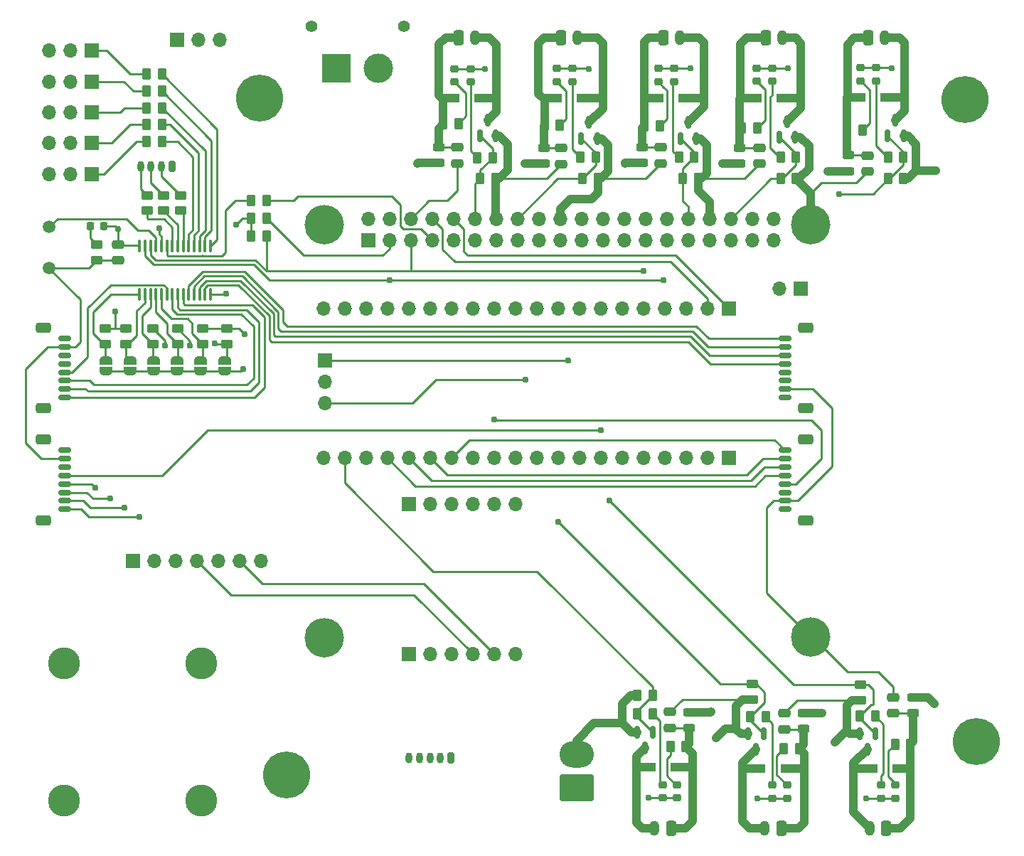
<source format=gbr>
%TF.GenerationSoftware,KiCad,Pcbnew,7.0.9*%
%TF.CreationDate,2024-01-05T06:09:31-08:00*%
%TF.ProjectId,Pi PCB Hat,50692050-4342-4204-9861-742e6b696361,rev?*%
%TF.SameCoordinates,Original*%
%TF.FileFunction,Copper,L1,Top*%
%TF.FilePolarity,Positive*%
%FSLAX46Y46*%
G04 Gerber Fmt 4.6, Leading zero omitted, Abs format (unit mm)*
G04 Created by KiCad (PCBNEW 7.0.9) date 2024-01-05 06:09:31*
%MOMM*%
%LPD*%
G01*
G04 APERTURE LIST*
G04 Aperture macros list*
%AMRoundRect*
0 Rectangle with rounded corners*
0 $1 Rounding radius*
0 $2 $3 $4 $5 $6 $7 $8 $9 X,Y pos of 4 corners*
0 Add a 4 corners polygon primitive as box body*
4,1,4,$2,$3,$4,$5,$6,$7,$8,$9,$2,$3,0*
0 Add four circle primitives for the rounded corners*
1,1,$1+$1,$2,$3*
1,1,$1+$1,$4,$5*
1,1,$1+$1,$6,$7*
1,1,$1+$1,$8,$9*
0 Add four rect primitives between the rounded corners*
20,1,$1+$1,$2,$3,$4,$5,0*
20,1,$1+$1,$4,$5,$6,$7,0*
20,1,$1+$1,$6,$7,$8,$9,0*
20,1,$1+$1,$8,$9,$2,$3,0*%
%AMFreePoly0*
4,1,19,0.500000,-0.750000,0.000000,-0.750000,0.000000,-0.744911,-0.071157,-0.744911,-0.207708,-0.704816,-0.327430,-0.627875,-0.420627,-0.520320,-0.479746,-0.390866,-0.500000,-0.250000,-0.500000,0.250000,-0.479746,0.390866,-0.420627,0.520320,-0.327430,0.627875,-0.207708,0.704816,-0.071157,0.744911,0.000000,0.744911,0.000000,0.750000,0.500000,0.750000,0.500000,-0.750000,0.500000,-0.750000,
$1*%
%AMFreePoly1*
4,1,19,0.000000,0.744911,0.071157,0.744911,0.207708,0.704816,0.327430,0.627875,0.420627,0.520320,0.479746,0.390866,0.500000,0.250000,0.500000,-0.250000,0.479746,-0.390866,0.420627,-0.520320,0.327430,-0.627875,0.207708,-0.704816,0.071157,-0.744911,0.000000,-0.744911,0.000000,-0.750000,-0.500000,-0.750000,-0.500000,0.750000,0.000000,0.750000,0.000000,0.744911,0.000000,0.744911,
$1*%
G04 Aperture macros list end*
%TA.AperFunction,SMDPad,CuDef*%
%ADD10RoundRect,0.218750X-0.218750X-0.256250X0.218750X-0.256250X0.218750X0.256250X-0.218750X0.256250X0*%
%TD*%
%TA.AperFunction,SMDPad,CuDef*%
%ADD11RoundRect,0.250000X0.450000X-0.262500X0.450000X0.262500X-0.450000X0.262500X-0.450000X-0.262500X0*%
%TD*%
%TA.AperFunction,SMDPad,CuDef*%
%ADD12RoundRect,0.150000X-0.150000X0.587500X-0.150000X-0.587500X0.150000X-0.587500X0.150000X0.587500X0*%
%TD*%
%TA.AperFunction,SMDPad,CuDef*%
%ADD13RoundRect,0.218750X0.256250X-0.218750X0.256250X0.218750X-0.256250X0.218750X-0.256250X-0.218750X0*%
%TD*%
%TA.AperFunction,SMDPad,CuDef*%
%ADD14RoundRect,0.218750X-0.256250X0.218750X-0.256250X-0.218750X0.256250X-0.218750X0.256250X0.218750X0*%
%TD*%
%TA.AperFunction,SMDPad,CuDef*%
%ADD15RoundRect,0.250000X-0.475000X0.250000X-0.475000X-0.250000X0.475000X-0.250000X0.475000X0.250000X0*%
%TD*%
%TA.AperFunction,SMDPad,CuDef*%
%ADD16RoundRect,0.250000X0.262500X0.450000X-0.262500X0.450000X-0.262500X-0.450000X0.262500X-0.450000X0*%
%TD*%
%TA.AperFunction,ComponentPad*%
%ADD17RoundRect,0.250000X-0.350000X-0.650000X0.350000X-0.650000X0.350000X0.650000X-0.350000X0.650000X0*%
%TD*%
%TA.AperFunction,ComponentPad*%
%ADD18O,1.200000X1.800000*%
%TD*%
%TA.AperFunction,SMDPad,CuDef*%
%ADD19RoundRect,0.150000X0.150000X-0.587500X0.150000X0.587500X-0.150000X0.587500X-0.150000X-0.587500X0*%
%TD*%
%TA.AperFunction,ComponentPad*%
%ADD20R,1.700000X1.700000*%
%TD*%
%TA.AperFunction,ComponentPad*%
%ADD21O,1.700000X1.700000*%
%TD*%
%TA.AperFunction,SMDPad,CuDef*%
%ADD22RoundRect,0.250000X-0.262500X-0.450000X0.262500X-0.450000X0.262500X0.450000X-0.262500X0.450000X0*%
%TD*%
%TA.AperFunction,ComponentPad*%
%ADD23RoundRect,0.250000X0.350000X0.650000X-0.350000X0.650000X-0.350000X-0.650000X0.350000X-0.650000X0*%
%TD*%
%TA.AperFunction,SMDPad,CuDef*%
%ADD24RoundRect,0.243750X-0.456250X0.243750X-0.456250X-0.243750X0.456250X-0.243750X0.456250X0.243750X0*%
%TD*%
%TA.AperFunction,SMDPad,CuDef*%
%ADD25RoundRect,0.250000X-0.300000X-0.300000X0.300000X-0.300000X0.300000X0.300000X-0.300000X0.300000X0*%
%TD*%
%TA.AperFunction,ComponentPad*%
%ADD26C,4.700000*%
%TD*%
%TA.AperFunction,SMDPad,CuDef*%
%ADD27RoundRect,0.150000X0.625000X-0.150000X0.625000X0.150000X-0.625000X0.150000X-0.625000X-0.150000X0*%
%TD*%
%TA.AperFunction,SMDPad,CuDef*%
%ADD28RoundRect,0.250000X0.650000X-0.350000X0.650000X0.350000X-0.650000X0.350000X-0.650000X-0.350000X0*%
%TD*%
%TA.AperFunction,SMDPad,CuDef*%
%ADD29RoundRect,0.100000X0.100000X-0.637500X0.100000X0.637500X-0.100000X0.637500X-0.100000X-0.637500X0*%
%TD*%
%TA.AperFunction,SMDPad,CuDef*%
%ADD30RoundRect,0.250000X0.300000X0.300000X-0.300000X0.300000X-0.300000X-0.300000X0.300000X-0.300000X0*%
%TD*%
%TA.AperFunction,ComponentPad*%
%ADD31C,1.400000*%
%TD*%
%TA.AperFunction,ComponentPad*%
%ADD32R,3.500000X3.500000*%
%TD*%
%TA.AperFunction,ComponentPad*%
%ADD33C,3.500000*%
%TD*%
%TA.AperFunction,SMDPad,CuDef*%
%ADD34FreePoly0,90.000000*%
%TD*%
%TA.AperFunction,SMDPad,CuDef*%
%ADD35FreePoly1,90.000000*%
%TD*%
%TA.AperFunction,SMDPad,CuDef*%
%ADD36RoundRect,0.250000X0.475000X-0.250000X0.475000X0.250000X-0.475000X0.250000X-0.475000X-0.250000X0*%
%TD*%
%TA.AperFunction,ComponentPad*%
%ADD37C,3.800000*%
%TD*%
%TA.AperFunction,ComponentPad*%
%ADD38C,5.600000*%
%TD*%
%TA.AperFunction,ComponentPad*%
%ADD39RoundRect,0.200000X0.200000X0.450000X-0.200000X0.450000X-0.200000X-0.450000X0.200000X-0.450000X0*%
%TD*%
%TA.AperFunction,ComponentPad*%
%ADD40O,0.800000X1.300000*%
%TD*%
%TA.AperFunction,SMDPad,CuDef*%
%ADD41RoundRect,0.243750X0.456250X-0.243750X0.456250X0.243750X-0.456250X0.243750X-0.456250X-0.243750X0*%
%TD*%
%TA.AperFunction,SMDPad,CuDef*%
%ADD42RoundRect,0.150000X-0.625000X0.150000X-0.625000X-0.150000X0.625000X-0.150000X0.625000X0.150000X0*%
%TD*%
%TA.AperFunction,SMDPad,CuDef*%
%ADD43RoundRect,0.250000X-0.650000X0.350000X-0.650000X-0.350000X0.650000X-0.350000X0.650000X0.350000X0*%
%TD*%
%TA.AperFunction,ComponentPad*%
%ADD44C,1.500000*%
%TD*%
%TA.AperFunction,SMDPad,CuDef*%
%ADD45RoundRect,0.250000X-0.450000X0.262500X-0.450000X-0.262500X0.450000X-0.262500X0.450000X0.262500X0*%
%TD*%
%TA.AperFunction,ComponentPad*%
%ADD46RoundRect,0.250000X1.800000X-1.330000X1.800000X1.330000X-1.800000X1.330000X-1.800000X-1.330000X0*%
%TD*%
%TA.AperFunction,ComponentPad*%
%ADD47O,4.100000X3.160000*%
%TD*%
%TA.AperFunction,ViaPad*%
%ADD48C,0.770000*%
%TD*%
%TA.AperFunction,Conductor*%
%ADD49C,0.260000*%
%TD*%
%TA.AperFunction,Conductor*%
%ADD50C,1.000000*%
%TD*%
G04 APERTURE END LIST*
D10*
%TO.P,D2,1,K*%
%TO.N,Net-(D2-K)*%
X94812500Y-66150000D03*
%TO.P,D2,2,A*%
%TO.N,5V logic*%
X96387500Y-66150000D03*
%TD*%
D11*
%TO.P,R1G5,1*%
%TO.N,/A1*%
X99050000Y-80162500D03*
%TO.P,R1G5,2*%
%TO.N,GND*%
X99050000Y-78337500D03*
%TD*%
D12*
%TO.P,Q9,1,G*%
%TO.N,GP27*%
X175000000Y-126612500D03*
%TO.P,Q9,2,S*%
%TO.N,GND*%
X173100000Y-126612500D03*
%TO.P,Q9,3,D*%
%TO.N,Net-(D26-A)*%
X174050000Y-128487500D03*
%TD*%
D13*
%TO.P,D24,1,K*%
%TO.N,GND*%
X177800000Y-134287500D03*
%TO.P,D24,2,A*%
%TO.N,Net-(D24-A)*%
X177800000Y-132712500D03*
%TD*%
D14*
%TO.P,D9,1,K*%
%TO.N,GND*%
X162450000Y-47362500D03*
%TO.P,D9,2,A*%
%TO.N,Net-(D9-A)*%
X162450000Y-48937500D03*
%TD*%
D11*
%TO.P,R37,1,1*%
%TO.N,GND*%
X173610000Y-122512500D03*
%TO.P,R37,2,2*%
%TO.N,GP27*%
X173610000Y-120687500D03*
%TD*%
D15*
%TO.P,C3,1,1*%
%TO.N,Net-(D4-K)*%
X138527673Y-56772425D03*
%TO.P,C3,2,2*%
%TO.N,GND*%
X138527673Y-58672425D03*
%TD*%
D16*
%TO.P,R28,1,1*%
%TO.N,GND*%
X191632500Y-60477575D03*
%TO.P,R28,2,2*%
%TO.N,GPIO21*%
X189807500Y-60477575D03*
%TD*%
D17*
%TO.P,J12,1,Pin_1*%
%TO.N,Net-(D7-K)*%
X150834375Y-43725000D03*
D18*
%TO.P,J12,2,Pin_2*%
%TO.N,Net-(D7-A)*%
X152834375Y-43725000D03*
%TD*%
D14*
%TO.P,D10,1,K*%
%TO.N,GND*%
X164300000Y-47362500D03*
%TO.P,D10,2,A*%
%TO.N,Net-(D10-A)*%
X164300000Y-48937500D03*
%TD*%
D19*
%TO.P,Q6,1,G*%
%TO.N,GPIO21*%
X189750000Y-55415075D03*
%TO.P,Q6,2,S*%
%TO.N,GND*%
X191650000Y-55415075D03*
%TO.P,Q6,3,D*%
%TO.N,Net-(D17-A)*%
X190700000Y-53540075D03*
%TD*%
D20*
%TO.P,J6,1,Pin_1*%
%TO.N,5V logic*%
X132725000Y-117075000D03*
D21*
%TO.P,J6,2,Pin_2*%
%TO.N,/3V*%
X135265000Y-117075000D03*
%TO.P,J6,3,Pin_3*%
%TO.N,GND*%
X137805000Y-117075000D03*
%TO.P,J6,4,Pin_4*%
%TO.N,I2C1 SCL*%
X140345000Y-117075000D03*
%TO.P,J6,5,Pin_5*%
%TO.N,I2C1 SDA*%
X142885000Y-117075000D03*
%TO.P,J6,6,Pin_6*%
%TO.N,/INT*%
X145425000Y-117075000D03*
%TD*%
D19*
%TO.P,Q2,1,G*%
%TO.N,GPIO18*%
X141200000Y-55387500D03*
%TO.P,Q2,2,S*%
%TO.N,GND*%
X143100000Y-55387500D03*
%TO.P,Q2,3,D*%
%TO.N,Net-(D4-A)*%
X142150000Y-53512500D03*
%TD*%
D11*
%TO.P,R14,1,1*%
%TO.N,GND*%
X186550000Y-122596066D03*
%TO.P,R14,2,2*%
%TO.N,GP28*%
X186550000Y-120771066D03*
%TD*%
D22*
%TO.P,R3G2,1*%
%TO.N,Net-(J17-Pin_1)*%
X101525000Y-50050000D03*
%TO.P,R3G2,2*%
%TO.N,/PWM9*%
X103350000Y-50050000D03*
%TD*%
%TO.P,R3G5,1*%
%TO.N,Net-(J20-Pin_1)*%
X101525000Y-56050000D03*
%TO.P,R3G5,2*%
%TO.N,/PWM12*%
X103350000Y-56050000D03*
%TD*%
D23*
%TO.P,J27,1,Pin_1*%
%TO.N,Net-(D26-K)*%
X177110000Y-137825000D03*
D18*
%TO.P,J27,2,Pin_2*%
%TO.N,Net-(D26-A)*%
X175110000Y-137825000D03*
%TD*%
D16*
%TO.P,R2,1*%
%TO.N,GPIO4*%
X115812500Y-63100000D03*
%TO.P,R2,2*%
%TO.N,Net-(U1-~{OE})*%
X113987500Y-63100000D03*
%TD*%
D22*
%TO.P,R34,1,1*%
%TO.N,GND*%
X159937500Y-122053934D03*
%TO.P,R34,2,2*%
%TO.N,GP17*%
X161762500Y-122053934D03*
%TD*%
D13*
%TO.P,D22,1,K*%
%TO.N,GND*%
X162950000Y-134237500D03*
%TO.P,D22,2,A*%
%TO.N,Net-(D22-A)*%
X162950000Y-132662500D03*
%TD*%
D23*
%TO.P,J2,1,Pin_1*%
%TO.N,Net-(D19-K)*%
X189600000Y-137825000D03*
D18*
%TO.P,J2,2,Pin_2*%
%TO.N,Net-(D19-A)*%
X187600000Y-137825000D03*
%TD*%
D15*
%TO.P,C5,1,1*%
%TO.N,Net-(D11-K)*%
X162750000Y-56770000D03*
%TO.P,C5,2,2*%
%TO.N,GND*%
X162750000Y-58670000D03*
%TD*%
D17*
%TO.P,J23,1,Pin_1*%
%TO.N,Net-(D17-K)*%
X187402500Y-43725000D03*
D18*
%TO.P,J23,2,Pin_2*%
%TO.N,Net-(D17-A)*%
X189402500Y-43725000D03*
%TD*%
D22*
%TO.P,R21,1,1*%
%TO.N,Net-(D10-A)*%
X164887500Y-57962575D03*
%TO.P,R21,2,2*%
%TO.N,GPIO12*%
X166712500Y-57962575D03*
%TD*%
D12*
%TO.P,Q1,1,G*%
%TO.N,GP28*%
X188300000Y-126550000D03*
%TO.P,Q1,2,S*%
%TO.N,GND*%
X186400000Y-126550000D03*
%TO.P,Q1,3,D*%
%TO.N,Net-(D19-A)*%
X187350000Y-128425000D03*
%TD*%
D17*
%TO.P,J21,1,Pin_1*%
%TO.N,Net-(D11-K)*%
X163023750Y-43725000D03*
D18*
%TO.P,J21,2,Pin_2*%
%TO.N,Net-(D11-A)*%
X165023750Y-43725000D03*
%TD*%
D22*
%TO.P,R7,1,1*%
%TO.N,Net-(D6-A)*%
X153187500Y-57950000D03*
%TO.P,R7,2,2*%
%TO.N,GPIO23*%
X155012500Y-57950000D03*
%TD*%
D11*
%TO.P,R1G2,1*%
%TO.N,/A4*%
X108160000Y-80162500D03*
%TO.P,R1G2,2*%
%TO.N,GND*%
X108160000Y-78337500D03*
%TD*%
D14*
%TO.P,D1,1,K*%
%TO.N,GND*%
X138200000Y-47412500D03*
%TO.P,D1,2,A*%
%TO.N,Net-(D1-A)*%
X138200000Y-48987500D03*
%TD*%
%TO.P,D5,1,K*%
%TO.N,GND*%
X150350000Y-47362500D03*
%TO.P,D5,2,A*%
%TO.N,Net-(D5-A)*%
X150350000Y-48937500D03*
%TD*%
D19*
%TO.P,Q4,1,G*%
%TO.N,GPIO12*%
X165050000Y-55687500D03*
%TO.P,Q4,2,S*%
%TO.N,GND*%
X166950000Y-55687500D03*
%TO.P,Q4,3,D*%
%TO.N,Net-(D11-A)*%
X166000000Y-53812500D03*
%TD*%
D17*
%TO.P,J10,1,Pin_1*%
%TO.N,Net-(D4-K)*%
X138650000Y-43725000D03*
D18*
%TO.P,J10,2,Pin_2*%
%TO.N,Net-(D4-A)*%
X140650000Y-43725000D03*
%TD*%
D14*
%TO.P,D3,1,K*%
%TO.N,GND*%
X140100000Y-47400000D03*
%TO.P,D3,2,A*%
%TO.N,Net-(D3-A)*%
X140100000Y-48975000D03*
%TD*%
D16*
%TO.P,R6,1,1*%
%TO.N,Net-(D5-A)*%
X150712500Y-54150000D03*
%TO.P,R6,2,2*%
%TO.N,Net-(D7-K)*%
X148887500Y-54150000D03*
%TD*%
D20*
%TO.P,J7,1,Pin_1*%
%TO.N,/BT*%
X132725000Y-99275000D03*
D21*
%TO.P,J7,2,Pin_2*%
%TO.N,/P0*%
X135265000Y-99275000D03*
%TO.P,J7,3,Pin_3*%
%TO.N,/P1*%
X137805000Y-99275000D03*
%TO.P,J7,4,Pin_4*%
%TO.N,/RST*%
X140345000Y-99275000D03*
%TO.P,J7,5,Pin_5*%
%TO.N,/DI*%
X142885000Y-99275000D03*
%TO.P,J7,6,Pin_6*%
%TO.N,/CS*%
X145425000Y-99275000D03*
%TD*%
D16*
%TO.P,R25,1,1*%
%TO.N,GND*%
X178832500Y-60477575D03*
%TO.P,R25,2,2*%
%TO.N,GPIO16*%
X177007500Y-60477575D03*
%TD*%
D24*
%TO.P,F3,1*%
%TO.N,Net-(D11-K)*%
X160550000Y-56762500D03*
%TO.P,F3,2*%
%TO.N,12V Power Input*%
X160550000Y-58637500D03*
%TD*%
D23*
%TO.P,J26,1,Pin_1*%
%TO.N,Net-(D23-K)*%
X163950000Y-137825000D03*
D18*
%TO.P,J26,2,Pin_2*%
%TO.N,Net-(D23-A)*%
X161950000Y-137825000D03*
%TD*%
D11*
%TO.P,R1G3,1*%
%TO.N,/A3*%
X105220000Y-80162500D03*
%TO.P,R1G3,2*%
%TO.N,GND*%
X105220000Y-78337500D03*
%TD*%
D14*
%TO.P,D6,1,K*%
%TO.N,GND*%
X152250000Y-47362500D03*
%TO.P,D6,2,A*%
%TO.N,Net-(D6-A)*%
X152250000Y-48937500D03*
%TD*%
D22*
%TO.P,R3G3,1*%
%TO.N,Net-(J18-Pin_1)*%
X101525000Y-52050000D03*
%TO.P,R3G3,2*%
%TO.N,/PWM10*%
X103350000Y-52050000D03*
%TD*%
D11*
%TO.P,R1G6,1*%
%TO.N,/A0*%
X96600000Y-80162500D03*
%TO.P,R1G6,2*%
%TO.N,GND*%
X96600000Y-78337500D03*
%TD*%
D19*
%TO.P,Q3,1,G*%
%TO.N,GPIO23*%
X153250000Y-55687500D03*
%TO.P,Q3,2,S*%
%TO.N,GND*%
X155150000Y-55687500D03*
%TO.P,Q3,3,D*%
%TO.N,Net-(D7-A)*%
X154200000Y-53812500D03*
%TD*%
D14*
%TO.P,D12,1,K*%
%TO.N,GND*%
X174150000Y-47312500D03*
%TO.P,D12,2,A*%
%TO.N,Net-(D12-A)*%
X174150000Y-48887500D03*
%TD*%
D25*
%TO.P,D4,1,K*%
%TO.N,Net-(D4-K)*%
X138267327Y-50927575D03*
%TO.P,D4,2,A*%
%TO.N,Net-(D4-A)*%
X141067327Y-50927575D03*
%TD*%
D26*
%TO.P,H5,1,1*%
%TO.N,GND*%
X180600000Y-115100000D03*
%TD*%
D24*
%TO.P,F2,1*%
%TO.N,Net-(D7-K)*%
X148800000Y-56812500D03*
%TO.P,F2,2*%
%TO.N,12V Power Input*%
X148800000Y-58687500D03*
%TD*%
D27*
%TO.P,J13,1,Pin_1*%
%TO.N,GP10*%
X91750000Y-99850000D03*
%TO.P,J13,2,Pin_2*%
%TO.N,GP11*%
X91750000Y-98850000D03*
%TO.P,J13,3,Pin_3*%
%TO.N,GP12*%
X91750000Y-97850000D03*
%TO.P,J13,4,Pin_4*%
%TO.N,GP13*%
X91750000Y-96850000D03*
%TO.P,J13,5,Pin_5*%
%TO.N,DSHOT 1*%
X91750000Y-95850000D03*
%TO.P,J13,6,Pin_6*%
%TO.N,unconnected-(J13-Pin_6-Pad6)*%
X91750000Y-94850000D03*
%TO.P,J13,7,Pin_7*%
%TO.N,GND*%
X91750000Y-93850000D03*
%TO.P,J13,8,Pin_8*%
%TO.N,unconnected-(J13-Pin_8-Pad8)*%
X91750000Y-92850000D03*
D28*
%TO.P,J13,MP*%
%TO.N,N/C*%
X89225000Y-101150000D03*
X89225000Y-91550000D03*
%TD*%
D22*
%TO.P,R32,1,1*%
%TO.N,Net-(D21-A)*%
X163887500Y-128153934D03*
%TO.P,R32,2,2*%
%TO.N,Net-(D23-K)*%
X165712500Y-128153934D03*
%TD*%
%TO.P,R27,1,1*%
%TO.N,Net-(D16-A)*%
X189807500Y-57962575D03*
%TO.P,R27,2,2*%
%TO.N,GPIO21*%
X191632500Y-57962575D03*
%TD*%
D19*
%TO.P,Q5,1,G*%
%TO.N,GPIO16*%
X176850000Y-55537500D03*
%TO.P,Q5,2,S*%
%TO.N,GND*%
X178750000Y-55537500D03*
%TO.P,Q5,3,D*%
%TO.N,Net-(D14-A)*%
X177800000Y-53662500D03*
%TD*%
D13*
%TO.P,D21,1,K*%
%TO.N,GND*%
X164650000Y-134237500D03*
%TO.P,D21,2,A*%
%TO.N,Net-(D21-A)*%
X164650000Y-132662500D03*
%TD*%
D11*
%TO.P,R9,1*%
%TO.N,/PWM15*%
X101550000Y-64312500D03*
%TO.P,R9,2*%
%TO.N,Net-(J28-Pin_4)*%
X101550000Y-62487500D03*
%TD*%
D20*
%TO.P,J15,1,Pin_1*%
%TO.N,5V logic*%
X105170000Y-43950000D03*
D21*
%TO.P,J15,2,Pin_2*%
%TO.N,GND*%
X107710000Y-43950000D03*
%TO.P,J15,3,Pin_3*%
%TO.N,GPIO17*%
X110250000Y-43950000D03*
%TD*%
D22*
%TO.P,R13,1,1*%
%TO.N,Net-(D18-A)*%
X190637500Y-127821066D03*
%TO.P,R13,2,2*%
%TO.N,Net-(D19-K)*%
X192462500Y-127821066D03*
%TD*%
D29*
%TO.P,U1,1,A0*%
%TO.N,/A0*%
X100675000Y-74262500D03*
%TO.P,U1,2,A1*%
%TO.N,/A1*%
X101325000Y-74262500D03*
%TO.P,U1,3,A2*%
%TO.N,/A2*%
X101975000Y-74262500D03*
%TO.P,U1,4,A3*%
%TO.N,/A3*%
X102625000Y-74262500D03*
%TO.P,U1,5,A4*%
%TO.N,/A4*%
X103275000Y-74262500D03*
%TO.P,U1,6,LED0*%
%TO.N,/PWM0*%
X103925000Y-74262500D03*
%TO.P,U1,7,LED1*%
%TO.N,/PWM1*%
X104575000Y-74262500D03*
%TO.P,U1,8,LED2*%
%TO.N,/PWM2*%
X105225000Y-74262500D03*
%TO.P,U1,9,LED3*%
%TO.N,/PWM3*%
X105875000Y-74262500D03*
%TO.P,U1,10,LED4*%
%TO.N,/PWM4*%
X106525000Y-74262500D03*
%TO.P,U1,11,LED5*%
%TO.N,/PWM5*%
X107175000Y-74262500D03*
%TO.P,U1,12,LED6*%
%TO.N,/PWM6*%
X107825000Y-74262500D03*
%TO.P,U1,13,LED7*%
%TO.N,/PWM7*%
X108475000Y-74262500D03*
%TO.P,U1,14,VSS*%
%TO.N,GND*%
X109125000Y-74262500D03*
%TO.P,U1,15,LED8*%
%TO.N,/PWM8*%
X109125000Y-68537500D03*
%TO.P,U1,16,LED9*%
%TO.N,/PWM9*%
X108475000Y-68537500D03*
%TO.P,U1,17,LED10*%
%TO.N,/PWM10*%
X107825000Y-68537500D03*
%TO.P,U1,18,LED11*%
%TO.N,/PWM11*%
X107175000Y-68537500D03*
%TO.P,U1,19,LED12*%
%TO.N,/PWM12*%
X106525000Y-68537500D03*
%TO.P,U1,20,LED13*%
%TO.N,/PWM13*%
X105875000Y-68537500D03*
%TO.P,U1,21,LED14*%
%TO.N,/PWM14*%
X105225000Y-68537500D03*
%TO.P,U1,22,LED15*%
%TO.N,/PWM15*%
X104575000Y-68537500D03*
%TO.P,U1,23,~{OE}*%
%TO.N,Net-(U1-~{OE})*%
X103925000Y-68537500D03*
%TO.P,U1,24,A5*%
%TO.N,/A5*%
X103275000Y-68537500D03*
%TO.P,U1,25,EXTCLK*%
%TO.N,Net-(U1-EXTCLK)*%
X102625000Y-68537500D03*
%TO.P,U1,26,SCL*%
%TO.N,I2C1 SCL*%
X101975000Y-68537500D03*
%TO.P,U1,27,SDA*%
%TO.N,I2C1 SDA*%
X101325000Y-68537500D03*
%TO.P,U1,28,VDD*%
%TO.N,5V logic*%
X100675000Y-68537500D03*
%TD*%
D30*
%TO.P,D19,1,K*%
%TO.N,Net-(D19-K)*%
X190800000Y-130700000D03*
%TO.P,D19,2,A*%
%TO.N,Net-(D19-A)*%
X188000000Y-130700000D03*
%TD*%
D31*
%TO.P,J4,*%
%TO.N,*%
X121150000Y-42350000D03*
X132150000Y-42350000D03*
D32*
%TO.P,J4,1,Pin_1*%
%TO.N,GND*%
X124150000Y-47350000D03*
D33*
%TO.P,J4,2,Pin_2*%
%TO.N,12V Power Input*%
X129150000Y-47350000D03*
%TD*%
D30*
%TO.P,D23,1,K*%
%TO.N,Net-(D23-K)*%
X164400000Y-130600000D03*
%TO.P,D23,2,A*%
%TO.N,Net-(D23-A)*%
X161600000Y-130600000D03*
%TD*%
D34*
%TO.P,JP9,1,A*%
%TO.N,5V logic*%
X110800000Y-83450000D03*
D35*
%TO.P,JP9,2,B*%
%TO.N,/A5*%
X110800000Y-82150000D03*
%TD*%
D11*
%TO.P,R1G4,1*%
%TO.N,/A2*%
X102280000Y-80162500D03*
%TO.P,R1G4,2*%
%TO.N,GND*%
X102280000Y-78337500D03*
%TD*%
D36*
%TO.P,C2,1*%
%TO.N,GND*%
X98100000Y-70220000D03*
%TO.P,C2,2*%
%TO.N,5V logic*%
X98100000Y-68320000D03*
%TD*%
D15*
%TO.P,C7,1,1*%
%TO.N,Net-(D17-K)*%
X187350000Y-57720000D03*
%TO.P,C7,2,2*%
%TO.N,GND*%
X187350000Y-59620000D03*
%TD*%
D11*
%TO.P,R10,1*%
%TO.N,/PWM14*%
X103575000Y-64312500D03*
%TO.P,R10,2*%
%TO.N,Net-(J28-Pin_3)*%
X103575000Y-62487500D03*
%TD*%
D30*
%TO.P,D26,1,K*%
%TO.N,Net-(D26-K)*%
X177500000Y-130750000D03*
%TO.P,D26,2,A*%
%TO.N,Net-(D26-A)*%
X174700000Y-130750000D03*
%TD*%
D26*
%TO.P,H9,1,1*%
%TO.N,GND*%
X180600000Y-65975000D03*
%TD*%
D24*
%TO.P,F4,1*%
%TO.N,Net-(D14-K)*%
X172125000Y-56787500D03*
%TO.P,F4,2*%
%TO.N,12V Power Input*%
X172125000Y-58662500D03*
%TD*%
D11*
%TO.P,R11,1*%
%TO.N,/PWM13*%
X105600000Y-64312500D03*
%TO.P,R11,2*%
%TO.N,Net-(J28-Pin_2)*%
X105600000Y-62487500D03*
%TD*%
D34*
%TO.P,JP5,1,A*%
%TO.N,5V logic*%
X96700000Y-83450000D03*
D35*
%TO.P,JP5,2,B*%
%TO.N,/A0*%
X96700000Y-82150000D03*
%TD*%
D16*
%TO.P,R12,1,1*%
%TO.N,Net-(D8-A)*%
X188262500Y-124500000D03*
%TO.P,R12,2,2*%
%TO.N,GP28*%
X186437500Y-124500000D03*
%TD*%
%TO.P,R26,1,1*%
%TO.N,Net-(D15-A)*%
X186762500Y-54750000D03*
%TO.P,R26,2,2*%
%TO.N,Net-(D17-K)*%
X184937500Y-54750000D03*
%TD*%
%TO.P,R5,1,1*%
%TO.N,GND*%
X143082500Y-60450000D03*
%TO.P,R5,2,2*%
%TO.N,GPIO18*%
X141257500Y-60450000D03*
%TD*%
D20*
%TO.P,J30,1,Pin_1*%
%TO.N,SWCLK*%
X122750000Y-82140780D03*
D21*
%TO.P,J30,2,Pin_2*%
%TO.N,GND*%
X122750000Y-84680780D03*
%TO.P,J30,3,Pin_3*%
%TO.N,SWDIO*%
X122750000Y-87220780D03*
%TD*%
D16*
%TO.P,R20,1,1*%
%TO.N,Net-(D9-A)*%
X162612500Y-54200000D03*
%TO.P,R20,2,2*%
%TO.N,Net-(D11-K)*%
X160787500Y-54200000D03*
%TD*%
D26*
%TO.P,H7,1,1*%
%TO.N,GND*%
X122650000Y-115150000D03*
%TD*%
D25*
%TO.P,D7,1,K*%
%TO.N,Net-(D7-K)*%
X150425000Y-50902575D03*
%TO.P,D7,2,A*%
%TO.N,Net-(D7-A)*%
X153225000Y-50902575D03*
%TD*%
D15*
%TO.P,C4,1,1*%
%TO.N,Net-(D7-K)*%
X150900000Y-56850000D03*
%TO.P,C4,2,2*%
%TO.N,GND*%
X150900000Y-58750000D03*
%TD*%
D16*
%TO.P,R33,1,1*%
%TO.N,Net-(D22-A)*%
X161762500Y-124203934D03*
%TO.P,R33,2,2*%
%TO.N,GP17*%
X159937500Y-124203934D03*
%TD*%
D37*
%TO.P,H12,1*%
%TO.N,N/C*%
X108000000Y-118250000D03*
%TD*%
D16*
%TO.P,R23,1,1*%
%TO.N,Net-(D12-A)*%
X174212500Y-54450000D03*
%TO.P,R23,2,2*%
%TO.N,Net-(D14-K)*%
X172387500Y-54450000D03*
%TD*%
D20*
%TO.P,J8,1,Pin_1*%
%TO.N,5V logic*%
X99940000Y-106050000D03*
D21*
%TO.P,J8,2,Pin_2*%
%TO.N,/3Vo*%
X102480000Y-106050000D03*
%TO.P,J8,3,Pin_3*%
%TO.N,GND*%
X105020000Y-106050000D03*
%TO.P,J8,4,Pin_4*%
%TO.N,I2C1 SCL*%
X107560000Y-106050000D03*
%TO.P,J8,5,Pin_5*%
%TO.N,GPIO22*%
X110100000Y-106050000D03*
%TO.P,J8,6,Pin_6*%
%TO.N,I2C1 SDA*%
X112640000Y-106050000D03*
%TO.P,J8,7,Pin_7*%
%TO.N,/CS (2)*%
X115180000Y-106050000D03*
%TD*%
D38*
%TO.P,H3,1*%
%TO.N,N/C*%
X118200000Y-131500000D03*
%TD*%
D14*
%TO.P,D16,1,K*%
%TO.N,GND*%
X188400000Y-47262500D03*
%TO.P,D16,2,A*%
%TO.N,Net-(D16-A)*%
X188400000Y-48837500D03*
%TD*%
D25*
%TO.P,D14,1,K*%
%TO.N,Net-(D14-K)*%
X174225000Y-50902575D03*
%TO.P,D14,2,A*%
%TO.N,Net-(D14-A)*%
X177025000Y-50902575D03*
%TD*%
D13*
%TO.P,D25,1,K*%
%TO.N,GND*%
X176050000Y-134287500D03*
%TO.P,D25,2,A*%
%TO.N,Net-(D25-A)*%
X176050000Y-132712500D03*
%TD*%
D39*
%TO.P,J28,1,Pin_1*%
%TO.N,GND*%
X104550000Y-59050000D03*
D40*
%TO.P,J28,2,Pin_2*%
%TO.N,Net-(J28-Pin_2)*%
X103300000Y-59050000D03*
%TO.P,J28,3,Pin_3*%
%TO.N,Net-(J28-Pin_3)*%
X102050000Y-59050000D03*
%TO.P,J28,4,Pin_4*%
%TO.N,Net-(J28-Pin_4)*%
X100800000Y-59050000D03*
%TD*%
D37*
%TO.P,H11,1*%
%TO.N,N/C*%
X91700000Y-134550000D03*
%TD*%
D12*
%TO.P,Q8,1,G*%
%TO.N,GP17*%
X161800000Y-126416434D03*
%TO.P,Q8,2,S*%
%TO.N,GND*%
X159900000Y-126416434D03*
%TO.P,Q8,3,D*%
%TO.N,Net-(D23-A)*%
X160850000Y-128291434D03*
%TD*%
D26*
%TO.P,H8,1,1*%
%TO.N,GND*%
X122675000Y-65950000D03*
%TD*%
D13*
%TO.P,D8,1,K*%
%TO.N,GND*%
X189000000Y-134287500D03*
%TO.P,D8,2,A*%
%TO.N,Net-(D8-A)*%
X189000000Y-132712500D03*
%TD*%
D41*
%TO.P,F8,1*%
%TO.N,Net-(D19-K)*%
X192800000Y-124138566D03*
%TO.P,F8,2*%
%TO.N,5V Power Input*%
X192800000Y-122263566D03*
%TD*%
D24*
%TO.P,F6,1*%
%TO.N,Net-(D17-K)*%
X185050000Y-57712500D03*
%TO.P,F6,2*%
%TO.N,12V Power Input*%
X185050000Y-59587500D03*
%TD*%
D38*
%TO.P,H2,1*%
%TO.N,N/C*%
X199000000Y-51050000D03*
%TD*%
%TO.P,H4,1*%
%TO.N,N/C*%
X200300000Y-127500000D03*
%TD*%
D17*
%TO.P,J22,1,Pin_1*%
%TO.N,Net-(D14-K)*%
X175213125Y-43725000D03*
D18*
%TO.P,J22,2,Pin_2*%
%TO.N,Net-(D14-A)*%
X177213125Y-43725000D03*
%TD*%
D20*
%TO.P,J18,1,Pin_1*%
%TO.N,Net-(J18-Pin_1)*%
X94980000Y-52591000D03*
D21*
%TO.P,J18,2,Pin_2*%
%TO.N,5V Power Input*%
X92440000Y-52591000D03*
%TO.P,J18,3,Pin_3*%
%TO.N,GND*%
X89900000Y-52591000D03*
%TD*%
D20*
%TO.P,J17,1,Pin_1*%
%TO.N,Net-(J17-Pin_1)*%
X94980000Y-48920500D03*
D21*
%TO.P,J17,2,Pin_2*%
%TO.N,5V Power Input*%
X92440000Y-48920500D03*
%TO.P,J17,3,Pin_3*%
%TO.N,GND*%
X89900000Y-48920500D03*
%TD*%
D34*
%TO.P,JP11,1,A*%
%TO.N,5V logic*%
X107980000Y-83450000D03*
D35*
%TO.P,JP11,2,B*%
%TO.N,/A4*%
X107980000Y-82150000D03*
%TD*%
D22*
%TO.P,R3G4,1*%
%TO.N,Net-(J19-Pin_1)*%
X101525000Y-54050000D03*
%TO.P,R3G4,2*%
%TO.N,/PWM11*%
X103350000Y-54050000D03*
%TD*%
D25*
%TO.P,D11,1,K*%
%TO.N,Net-(D11-K)*%
X162550000Y-50900000D03*
%TO.P,D11,2,A*%
%TO.N,Net-(D11-A)*%
X165350000Y-50900000D03*
%TD*%
D14*
%TO.P,D15,1,K*%
%TO.N,GND*%
X186550000Y-47262500D03*
%TO.P,D15,2,A*%
%TO.N,Net-(D15-A)*%
X186550000Y-48837500D03*
%TD*%
D15*
%TO.P,C6,1,1*%
%TO.N,Net-(D14-K)*%
X174475000Y-56800000D03*
%TO.P,C6,2,2*%
%TO.N,GND*%
X174475000Y-58700000D03*
%TD*%
D42*
%TO.P,J14,1,Pin_1*%
%TO.N,GP21*%
X177500000Y-92850000D03*
%TO.P,J14,2,Pin_2*%
%TO.N,GP20*%
X177500000Y-93850000D03*
%TO.P,J14,3,Pin_3*%
%TO.N,GP19*%
X177500000Y-94850000D03*
%TO.P,J14,4,Pin_4*%
%TO.N,GP18*%
X177500000Y-95850000D03*
%TO.P,J14,5,Pin_5*%
%TO.N,DSHOT 2*%
X177500000Y-96850000D03*
%TO.P,J14,6,Pin_6*%
%TO.N,unconnected-(J14-Pin_6-Pad6)*%
X177500000Y-97850000D03*
%TO.P,J14,7,Pin_7*%
%TO.N,GND*%
X177500000Y-98850000D03*
%TO.P,J14,8,Pin_8*%
%TO.N,unconnected-(J14-Pin_8-Pad8)*%
X177500000Y-99850000D03*
D43*
%TO.P,J14,MP*%
%TO.N,N/C*%
X180025000Y-91550000D03*
X180025000Y-101150000D03*
%TD*%
D34*
%TO.P,JP6,1,A*%
%TO.N,5V logic*%
X99520000Y-83450000D03*
D35*
%TO.P,JP6,2,B*%
%TO.N,/A1*%
X99520000Y-82150000D03*
%TD*%
D24*
%TO.P,F1,1*%
%TO.N,Net-(D4-K)*%
X136277673Y-56762500D03*
%TO.P,F1,2*%
%TO.N,12V Power Input*%
X136277673Y-58637500D03*
%TD*%
D27*
%TO.P,J3,1,Pin_1*%
%TO.N,/PWM3*%
X91750000Y-86550000D03*
%TO.P,J3,2,Pin_2*%
%TO.N,/PWM2*%
X91750000Y-85550000D03*
%TO.P,J3,3,Pin_3*%
%TO.N,/PWM1*%
X91750000Y-84550000D03*
%TO.P,J3,4,Pin_4*%
%TO.N,/PWM0*%
X91750000Y-83550000D03*
%TO.P,J3,5,Pin_5*%
%TO.N,unconnected-(J3-Pin_5-Pad5)*%
X91750000Y-82550000D03*
%TO.P,J3,6,Pin_6*%
%TO.N,unconnected-(J3-Pin_6-Pad6)*%
X91750000Y-81550000D03*
%TO.P,J3,7,Pin_7*%
%TO.N,GND*%
X91750000Y-80550000D03*
%TO.P,J3,8,Pin_8*%
%TO.N,unconnected-(J3-Pin_8-Pad8)*%
X91750000Y-79550000D03*
D28*
%TO.P,J3,MP*%
%TO.N,N/C*%
X89225000Y-87850000D03*
X89225000Y-78250000D03*
%TD*%
D20*
%TO.P,J20,1,Pin_1*%
%TO.N,Net-(J20-Pin_1)*%
X94980000Y-59932000D03*
D21*
%TO.P,J20,2,Pin_2*%
%TO.N,5V Power Input*%
X92440000Y-59932000D03*
%TO.P,J20,3,Pin_3*%
%TO.N,GND*%
X89900000Y-59932000D03*
%TD*%
D38*
%TO.P,H1,1*%
%TO.N,N/C*%
X115000000Y-50900000D03*
%TD*%
D13*
%TO.P,D18,1,K*%
%TO.N,GND*%
X190700000Y-134287500D03*
%TO.P,D18,2,A*%
%TO.N,Net-(D18-A)*%
X190700000Y-132712500D03*
%TD*%
D14*
%TO.P,D13,1,K*%
%TO.N,GND*%
X176050000Y-47312500D03*
%TO.P,D13,2,A*%
%TO.N,Net-(D13-A)*%
X176050000Y-48887500D03*
%TD*%
D22*
%TO.P,R3G1,1*%
%TO.N,Net-(J16-Pin_1)*%
X101525000Y-48050000D03*
%TO.P,R3G1,2*%
%TO.N,/PWM8*%
X103350000Y-48050000D03*
%TD*%
D11*
%TO.P,R1G1,1*%
%TO.N,/A5*%
X111100000Y-80162500D03*
%TO.P,R1G1,2*%
%TO.N,GND*%
X111100000Y-78337500D03*
%TD*%
D44*
%TO.P,Y1,1,1*%
%TO.N,GND*%
X89950000Y-71100000D03*
%TO.P,Y1,2,2*%
%TO.N,Net-(U1-EXTCLK)*%
X89950000Y-66220000D03*
%TD*%
D45*
%TO.P,R1,1*%
%TO.N,Net-(D2-K)*%
X95600000Y-68337500D03*
%TO.P,R1,2*%
%TO.N,GND*%
X95600000Y-70162500D03*
%TD*%
D16*
%TO.P,R3,1,1*%
%TO.N,Net-(D1-A)*%
X138650000Y-53950000D03*
%TO.P,R3,2,2*%
%TO.N,Net-(D4-K)*%
X136825000Y-53950000D03*
%TD*%
D20*
%TO.P,J19,1,Pin_1*%
%TO.N,Net-(J19-Pin_1)*%
X94980000Y-56261500D03*
D21*
%TO.P,J19,2,Pin_2*%
%TO.N,5V Power Input*%
X92440000Y-56261500D03*
%TO.P,J19,3,Pin_3*%
%TO.N,GND*%
X89900000Y-56261500D03*
%TD*%
D41*
%TO.P,F7,1*%
%TO.N,Net-(D26-K)*%
X179710000Y-126037500D03*
%TO.P,F7,2*%
%TO.N,5V Power Input*%
X179710000Y-124162500D03*
%TD*%
D16*
%TO.P,R2G2,1*%
%TO.N,I2C1 SCL*%
X115812500Y-67350000D03*
%TO.P,R2G2,2*%
%TO.N,5V logic*%
X113987500Y-67350000D03*
%TD*%
D37*
%TO.P,H6,1*%
%TO.N,N/C*%
X91700000Y-118250000D03*
%TD*%
D34*
%TO.P,JP8,1,A*%
%TO.N,5V logic*%
X105160000Y-83450000D03*
D35*
%TO.P,JP8,2,B*%
%TO.N,/A3*%
X105160000Y-82150000D03*
%TD*%
D20*
%TO.P,J31,1,Pin_1*%
%TO.N,UART0 TX (pico)*%
X170810000Y-75950000D03*
D21*
%TO.P,J31,2,Pin_2*%
%TO.N,UART0 RX (pico)*%
X168270000Y-75950000D03*
%TO.P,J31,3,Pin_3*%
%TO.N,GND*%
X165730000Y-75950000D03*
%TO.P,J31,4,Pin_4*%
%TO.N,I2C1 SDA*%
X163190000Y-75950000D03*
%TO.P,J31,5,Pin_5*%
%TO.N,I2C1 SCL*%
X160650000Y-75950000D03*
%TO.P,J31,6,Pin_6*%
%TO.N,unconnected-(J31-Pin_6-Pad6)*%
X158110000Y-75950000D03*
%TO.P,J31,7,Pin_7*%
%TO.N,DSHOT 1*%
X155570000Y-75950000D03*
%TO.P,J31,8,Pin_8*%
%TO.N,GND*%
X153030000Y-75950000D03*
%TO.P,J31,9,Pin_9*%
%TO.N,unconnected-(J31-Pin_9-Pad9)*%
X150490000Y-75950000D03*
%TO.P,J31,10,Pin_10*%
%TO.N,unconnected-(J31-Pin_10-Pad10)*%
X147950000Y-75950000D03*
%TO.P,J31,11,Pin_11*%
%TO.N,unconnected-(J31-Pin_11-Pad11)*%
X145410000Y-75950000D03*
%TO.P,J31,12,Pin_12*%
%TO.N,DSHOT 2*%
X142870000Y-75950000D03*
%TO.P,J31,13,Pin_13*%
%TO.N,GND*%
X140330000Y-75950000D03*
%TO.P,J31,14,Pin_14*%
%TO.N,GP10*%
X137790000Y-75950000D03*
%TO.P,J31,15,Pin_15*%
%TO.N,GP11*%
X135250000Y-75950000D03*
%TO.P,J31,16,Pin_16*%
%TO.N,GP12*%
X132710000Y-75950000D03*
%TO.P,J31,17,Pin_17*%
%TO.N,GP13*%
X130170000Y-75950000D03*
%TO.P,J31,18,Pin_18*%
%TO.N,GND*%
X127630000Y-75950000D03*
%TO.P,J31,19,Pin_19*%
%TO.N,GP14*%
X125090000Y-75950000D03*
%TO.P,J31,20,Pin_20*%
%TO.N,unconnected-(J31-Pin_20-Pad20)*%
X122550000Y-75950000D03*
%TO.P,J31,21,Pin_21*%
%TO.N,unconnected-(J31-Pin_21-Pad21)*%
X122550000Y-93730000D03*
%TO.P,J31,22,Pin_22*%
%TO.N,GP17*%
X125090000Y-93730000D03*
%TO.P,J31,23,Pin_23*%
%TO.N,GND*%
X127630000Y-93730000D03*
%TO.P,J31,24,Pin_24*%
%TO.N,GP18*%
X130170000Y-93730000D03*
%TO.P,J31,25,Pin_25*%
%TO.N,GP19*%
X132710000Y-93730000D03*
%TO.P,J31,26,Pin_26*%
%TO.N,GP20*%
X135250000Y-93730000D03*
%TO.P,J31,27,Pin_27*%
%TO.N,GP21*%
X137790000Y-93730000D03*
%TO.P,J31,28,Pin_28*%
%TO.N,GND*%
X140330000Y-93730000D03*
%TO.P,J31,29,Pin_29*%
%TO.N,unconnected-(J31-Pin_29-Pad29)*%
X142870000Y-93730000D03*
%TO.P,J31,30,Pin_30*%
%TO.N,GPIO0*%
X145410000Y-93730000D03*
%TO.P,J31,31,Pin_31*%
%TO.N,unconnected-(J31-Pin_31-Pad31)*%
X147950000Y-93730000D03*
%TO.P,J31,32,Pin_32*%
%TO.N,GP27*%
X150490000Y-93730000D03*
%TO.P,J31,33,Pin_33*%
%TO.N,GND*%
X153030000Y-93730000D03*
%TO.P,J31,34,Pin_34*%
%TO.N,GP28*%
X155570000Y-93730000D03*
%TO.P,J31,35,Pin_35*%
%TO.N,ADC_VREF*%
X158110000Y-93730000D03*
%TO.P,J31,36,Pin_36*%
%TO.N,3V3(OUT)*%
X160650000Y-93730000D03*
%TO.P,J31,37,Pin_37*%
%TO.N,3V3_EN*%
X163190000Y-93730000D03*
%TO.P,J31,38,Pin_38*%
%TO.N,GND*%
X165730000Y-93730000D03*
%TO.P,J31,39,Pin_39*%
%TO.N,5V logic*%
X168270000Y-93730000D03*
D20*
%TO.P,J31,40,Pin_40*%
%TO.N,unconnected-(J31-Pin_40-Pad40)*%
X170810000Y-93730000D03*
%TD*%
D42*
%TO.P,J9,1,Pin_1*%
%TO.N,/PWM4*%
X177500000Y-79550000D03*
%TO.P,J9,2,Pin_2*%
%TO.N,/PWM5*%
X177500000Y-80550000D03*
%TO.P,J9,3,Pin_3*%
%TO.N,/PWM6*%
X177500000Y-81550000D03*
%TO.P,J9,4,Pin_4*%
%TO.N,/PWM7*%
X177500000Y-82550000D03*
%TO.P,J9,5,Pin_5*%
%TO.N,unconnected-(J9-Pin_5-Pad5)*%
X177500000Y-83550000D03*
%TO.P,J9,6,Pin_6*%
%TO.N,unconnected-(J9-Pin_6-Pad6)*%
X177500000Y-84550000D03*
%TO.P,J9,7,Pin_7*%
%TO.N,GND*%
X177500000Y-85550000D03*
%TO.P,J9,8,Pin_8*%
%TO.N,unconnected-(J9-Pin_8-Pad8)*%
X177500000Y-86550000D03*
D43*
%TO.P,J9,MP*%
%TO.N,N/C*%
X180025000Y-78250000D03*
X180025000Y-87850000D03*
%TD*%
D22*
%TO.P,R35,1,1*%
%TO.N,Net-(D24-A)*%
X177397500Y-128350000D03*
%TO.P,R35,2,2*%
%TO.N,Net-(D26-K)*%
X179222500Y-128350000D03*
%TD*%
D16*
%TO.P,R36,1,1*%
%TO.N,Net-(D25-A)*%
X175235000Y-124600000D03*
%TO.P,R36,2,2*%
%TO.N,GP27*%
X173410000Y-124600000D03*
%TD*%
%TO.P,R22,1,1*%
%TO.N,GND*%
X167182500Y-60477575D03*
%TO.P,R22,2,2*%
%TO.N,GPIO12*%
X165357500Y-60477575D03*
%TD*%
D22*
%TO.P,R4,1,1*%
%TO.N,Net-(D3-A)*%
X140915173Y-57972425D03*
%TO.P,R4,2,2*%
%TO.N,GPIO18*%
X142740173Y-57972425D03*
%TD*%
D36*
%TO.P,C9,1,1*%
%TO.N,Net-(D23-K)*%
X163850000Y-125903934D03*
%TO.P,C9,2,2*%
%TO.N,GND*%
X163850000Y-124003934D03*
%TD*%
D22*
%TO.P,R24,1,1*%
%TO.N,Net-(D13-A)*%
X177007500Y-57962575D03*
%TO.P,R24,2,2*%
%TO.N,GPIO16*%
X178832500Y-57962575D03*
%TD*%
D41*
%TO.P,F5,1*%
%TO.N,Net-(D23-K)*%
X166100000Y-125891434D03*
%TO.P,F5,2*%
%TO.N,5V Power Input*%
X166100000Y-124016434D03*
%TD*%
D36*
%TO.P,C1,1,1*%
%TO.N,Net-(D19-K)*%
X190400000Y-124171066D03*
%TO.P,C1,2,2*%
%TO.N,GND*%
X190400000Y-122271066D03*
%TD*%
D16*
%TO.P,R8,1,1*%
%TO.N,GND*%
X155232500Y-60477575D03*
%TO.P,R8,2,2*%
%TO.N,GPIO23*%
X153407500Y-60477575D03*
%TD*%
D34*
%TO.P,JP7,1,A*%
%TO.N,5V logic*%
X102340000Y-83450000D03*
D35*
%TO.P,JP7,2,B*%
%TO.N,/A2*%
X102340000Y-82150000D03*
%TD*%
D20*
%TO.P,J24,1,Pin_1*%
%TO.N,I2C1 SCL*%
X179425000Y-73550000D03*
D21*
%TO.P,J24,2,Pin_2*%
%TO.N,I2C1 SDA*%
X176885000Y-73550000D03*
%TD*%
D20*
%TO.P,J16,1,Pin_1*%
%TO.N,Net-(J16-Pin_1)*%
X94980000Y-45250000D03*
D21*
%TO.P,J16,2,Pin_2*%
%TO.N,5V Power Input*%
X92440000Y-45250000D03*
%TO.P,J16,3,Pin_3*%
%TO.N,GND*%
X89900000Y-45250000D03*
%TD*%
D37*
%TO.P,H10,1*%
%TO.N,N/C*%
X108000000Y-134550000D03*
%TD*%
D25*
%TO.P,D17,1,K*%
%TO.N,Net-(D17-K)*%
X186627500Y-50827575D03*
%TO.P,D17,2,A*%
%TO.N,Net-(D17-A)*%
X189427500Y-50827575D03*
%TD*%
D36*
%TO.P,C10,1,1*%
%TO.N,Net-(D26-K)*%
X177460000Y-126050000D03*
%TO.P,C10,2,2*%
%TO.N,GND*%
X177460000Y-124150000D03*
%TD*%
D16*
%TO.P,R2G1,1*%
%TO.N,I2C1 SDA*%
X115812500Y-65225000D03*
%TO.P,R2G1,2*%
%TO.N,5V logic*%
X113987500Y-65225000D03*
%TD*%
D39*
%TO.P,J25,1,Pin_1*%
%TO.N,unconnected-(J25-Pin_1-Pad1)*%
X137750000Y-129450000D03*
D40*
%TO.P,J25,2,Pin_2*%
%TO.N,GND*%
X136500000Y-129450000D03*
%TO.P,J25,3,Pin_3*%
%TO.N,I2C1 SDA*%
X135250000Y-129450000D03*
%TO.P,J25,4,Pin_4*%
%TO.N,unconnected-(J25-Pin_4-Pad4)*%
X134000000Y-129450000D03*
%TO.P,J25,5,Pin_5*%
%TO.N,I2C1 SCL*%
X132750000Y-129450000D03*
%TD*%
D20*
%TO.P,J1,1,Pin_1*%
%TO.N,unconnected-(J1-Pin_1-Pad1)*%
X127895000Y-67795000D03*
D21*
%TO.P,J1,2,Pin_2*%
%TO.N,5V logic*%
X127895000Y-65255000D03*
%TO.P,J1,3,Pin_3*%
%TO.N,I2C1 SDA*%
X130435000Y-67795000D03*
%TO.P,J1,4,Pin_4*%
%TO.N,5V logic*%
X130435000Y-65255000D03*
%TO.P,J1,5,Pin_5*%
%TO.N,I2C1 SCL*%
X132975000Y-67795000D03*
%TO.P,J1,6,Pin_6*%
%TO.N,GND*%
X132975000Y-65255000D03*
%TO.P,J1,7,Pin_7*%
%TO.N,GPIO4*%
X135515000Y-67795000D03*
%TO.P,J1,8,Pin_8*%
%TO.N,UART0 RX (pico)*%
X135515000Y-65255000D03*
%TO.P,J1,9,Pin_9*%
%TO.N,GND*%
X138055000Y-67795000D03*
%TO.P,J1,10,Pin_10*%
%TO.N,UART0 TX (pico)*%
X138055000Y-65255000D03*
%TO.P,J1,11,Pin_11*%
%TO.N,GPIO17*%
X140595000Y-67795000D03*
%TO.P,J1,12,Pin_12*%
%TO.N,GPIO18*%
X140595000Y-65255000D03*
%TO.P,J1,13,Pin_13*%
%TO.N,unconnected-(J1-Pin_13-Pad13)*%
X143135000Y-67795000D03*
%TO.P,J1,14,Pin_14*%
%TO.N,GND*%
X143135000Y-65255000D03*
%TO.P,J1,15,Pin_15*%
%TO.N,GPIO22*%
X145675000Y-67795000D03*
%TO.P,J1,16,Pin_16*%
%TO.N,GPIO23*%
X145675000Y-65255000D03*
%TO.P,J1,17,Pin_17*%
%TO.N,unconnected-(J1-Pin_17-Pad17)*%
X148215000Y-67795000D03*
%TO.P,J1,18,Pin_18*%
%TO.N,SWDIO*%
X148215000Y-65255000D03*
%TO.P,J1,19,Pin_19*%
%TO.N,unconnected-(J1-Pin_19-Pad19)*%
X150755000Y-67795000D03*
%TO.P,J1,20,Pin_20*%
%TO.N,GND*%
X150755000Y-65255000D03*
%TO.P,J1,21,Pin_21*%
%TO.N,unconnected-(J1-Pin_21-Pad21)*%
X153295000Y-67795000D03*
%TO.P,J1,22,Pin_22*%
%TO.N,SWCLK*%
X153295000Y-65255000D03*
%TO.P,J1,23,Pin_23*%
%TO.N,unconnected-(J1-Pin_23-Pad23)*%
X155835000Y-67795000D03*
%TO.P,J1,24,Pin_24*%
%TO.N,unconnected-(J1-Pin_24-Pad24)*%
X155835000Y-65255000D03*
%TO.P,J1,25,Pin_25*%
%TO.N,GND*%
X158375000Y-67795000D03*
%TO.P,J1,26,Pin_26*%
%TO.N,unconnected-(J1-Pin_26-Pad26)*%
X158375000Y-65255000D03*
%TO.P,J1,27,Pin_27*%
%TO.N,GPIO0*%
X160915000Y-67795000D03*
%TO.P,J1,28,Pin_28*%
%TO.N,unconnected-(J1-Pin_28-Pad28)*%
X160915000Y-65255000D03*
%TO.P,J1,29,Pin_29*%
%TO.N,unconnected-(J1-Pin_29-Pad29)*%
X163455000Y-67795000D03*
%TO.P,J1,30,Pin_30*%
%TO.N,unconnected-(J1-Pin_30-Pad30)*%
X163455000Y-65255000D03*
%TO.P,J1,31,Pin_31*%
%TO.N,unconnected-(J1-Pin_31-Pad31)*%
X165995000Y-67795000D03*
%TO.P,J1,32,Pin_32*%
%TO.N,GPIO12*%
X165995000Y-65255000D03*
%TO.P,J1,33,Pin_33*%
%TO.N,GPIO13*%
X168535000Y-67795000D03*
%TO.P,J1,34,Pin_34*%
%TO.N,GND*%
X168535000Y-65255000D03*
%TO.P,J1,35,Pin_35*%
%TO.N,GPIO19*%
X171075000Y-67795000D03*
%TO.P,J1,36,Pin_36*%
%TO.N,GPIO16*%
X171075000Y-65255000D03*
%TO.P,J1,37,Pin_37*%
%TO.N,GPIO26*%
X173615000Y-67795000D03*
%TO.P,J1,38,Pin_38*%
%TO.N,unconnected-(J1-Pin_38-Pad38)*%
X173615000Y-65255000D03*
%TO.P,J1,39,Pin_39*%
%TO.N,GND*%
X176155000Y-67795000D03*
%TO.P,J1,40,Pin_40*%
%TO.N,GPIO21*%
X176155000Y-65255000D03*
%TD*%
D46*
%TO.P,J5,1,Pin_1*%
%TO.N,5V Power Input*%
X152695000Y-133030000D03*
D47*
%TO.P,J5,2,Pin_2*%
%TO.N,GND*%
X152695000Y-129070000D03*
%TD*%
D48*
%TO.N,GND*%
X113150000Y-79000000D03*
X195450000Y-59550000D03*
X161250000Y-134200000D03*
X174200000Y-134300000D03*
X183450000Y-127600000D03*
X169360000Y-127100000D03*
X97800000Y-76300000D03*
X106700000Y-80400000D03*
X166300000Y-47350000D03*
X177900000Y-47300000D03*
X110950000Y-74200000D03*
X154150000Y-47400000D03*
X187150000Y-134300000D03*
X141800000Y-47400000D03*
X103750000Y-80400000D03*
X190200000Y-47300000D03*
%TO.N,/A5*%
X109650000Y-80150000D03*
X103000000Y-66400000D03*
%TO.N,GP10*%
X100650000Y-100750000D03*
%TO.N,GP11*%
X98900000Y-99700000D03*
%TO.N,GP12*%
X97150000Y-98600000D03*
%TO.N,GP13*%
X95450000Y-97300000D03*
%TO.N,SWDIO*%
X146650000Y-84400000D03*
%TO.N,5V logic*%
X112150000Y-66000000D03*
X113050000Y-83150000D03*
X98100000Y-66500000D03*
%TO.N,12V Power Input*%
X133800000Y-58650000D03*
X146550000Y-58700000D03*
X182600000Y-59600000D03*
X158450000Y-58650000D03*
X170100000Y-58650000D03*
%TO.N,SWCLK*%
X151730000Y-82150000D03*
%TO.N,5V Power Input*%
X181910000Y-124150000D03*
X195350000Y-123050000D03*
X168700000Y-124003934D03*
%TO.N,GPIO21*%
X184000000Y-62300000D03*
%TO.N,I2C1 SDA*%
X130435000Y-72550000D03*
X163040000Y-72550000D03*
%TO.N,I2C1 SCL*%
X160650000Y-71500000D03*
%TO.N,DSHOT 1*%
X155570000Y-90450000D03*
%TO.N,DSHOT 2*%
X142870000Y-89150000D03*
%TO.N,GP28*%
X156600000Y-98800000D03*
%TO.N,GP27*%
X150500000Y-101350000D03*
%TD*%
D49*
%TO.N,5V logic*%
X98100000Y-66500000D02*
X98100000Y-68320000D01*
X97750000Y-66150000D02*
X96387500Y-66150000D01*
X98100000Y-66500000D02*
X97750000Y-66150000D01*
%TO.N,Net-(D2-K)*%
X94812500Y-67550000D02*
X95600000Y-68337500D01*
X94812500Y-66150000D02*
X94812500Y-67550000D01*
D50*
%TO.N,GND*%
X144527673Y-59422327D02*
X143500000Y-60450000D01*
D49*
X96600000Y-78337500D02*
X97800000Y-78337500D01*
D50*
X158103934Y-125350000D02*
X158150000Y-125303934D01*
X178832500Y-60477575D02*
X180600000Y-62245075D01*
X159150000Y-122053934D02*
X158150000Y-123053934D01*
X180600000Y-62245075D02*
X180600000Y-65975000D01*
D49*
X172697425Y-60477575D02*
X167182500Y-60477575D01*
D50*
X155232500Y-60477575D02*
X155232500Y-62167500D01*
D49*
X89700000Y-80550000D02*
X91750000Y-80550000D01*
X150350000Y-47362500D02*
X152250000Y-47362500D01*
D50*
X152000000Y-62900000D02*
X150755000Y-64145000D01*
X167182500Y-60477575D02*
X167182500Y-61882500D01*
X152695000Y-127405000D02*
X152695000Y-129070000D01*
D49*
X161250000Y-134200000D02*
X161287500Y-134237500D01*
X140100000Y-47400000D02*
X138212500Y-47400000D01*
X183150000Y-94750000D02*
X179050000Y-98850000D01*
D50*
X185250000Y-126550000D02*
X186400000Y-126550000D01*
D49*
X176050000Y-134287500D02*
X174212500Y-134287500D01*
X106700000Y-79817500D02*
X106700000Y-80400000D01*
X164300000Y-47362500D02*
X166287500Y-47362500D01*
D50*
X155687500Y-55687500D02*
X155150000Y-55687500D01*
X158150000Y-123053934D02*
X158150000Y-125303934D01*
X179600000Y-115100000D02*
X180600000Y-115100000D01*
D49*
X138527673Y-61872327D02*
X138527673Y-58672425D01*
D50*
X179172425Y-60477575D02*
X180400000Y-59250000D01*
X143500000Y-60450000D02*
X143082500Y-60450000D01*
X167182500Y-61882500D02*
X168535000Y-63235000D01*
D49*
X154112500Y-47362500D02*
X154150000Y-47400000D01*
D50*
X172262500Y-126612500D02*
X173100000Y-126612500D01*
D49*
X177800000Y-134287500D02*
X176050000Y-134287500D01*
D50*
X171710000Y-126060000D02*
X172262500Y-126612500D01*
X167182500Y-60477575D02*
X167572425Y-60477575D01*
D49*
X183150000Y-87850000D02*
X183150000Y-94750000D01*
D50*
X184900000Y-126200000D02*
X185250000Y-126550000D01*
X143082500Y-65202500D02*
X143135000Y-65255000D01*
D49*
X89950000Y-71200000D02*
X89950000Y-71100000D01*
D50*
X180400000Y-59250000D02*
X180400000Y-56600000D01*
D49*
X186550000Y-47262500D02*
X188400000Y-47262500D01*
X180850000Y-85550000D02*
X183150000Y-87850000D01*
X175350000Y-99650000D02*
X175350000Y-109850000D01*
X161287500Y-134237500D02*
X162950000Y-134237500D01*
X93600000Y-79950000D02*
X93600000Y-74850000D01*
D50*
X144527673Y-56377673D02*
X144527673Y-59422327D01*
D49*
X93000000Y-80550000D02*
X93600000Y-79950000D01*
X177460000Y-124150000D02*
X179013934Y-122596066D01*
D50*
X193150000Y-59550000D02*
X195450000Y-59550000D01*
D49*
X132975000Y-65255000D02*
X135130000Y-63100000D01*
X187162500Y-134287500D02*
X189000000Y-134287500D01*
D50*
X179337500Y-55537500D02*
X178750000Y-55537500D01*
D49*
X190400000Y-122271066D02*
X190400000Y-121000000D01*
D50*
X185503934Y-122596066D02*
X186550000Y-122596066D01*
D49*
X113150000Y-79000000D02*
X112487500Y-78337500D01*
X163850000Y-124003934D02*
X165341434Y-122512500D01*
X97800000Y-78337500D02*
X99050000Y-78337500D01*
D50*
X159937500Y-122053934D02*
X159150000Y-122053934D01*
X154500000Y-62900000D02*
X152000000Y-62900000D01*
D49*
X176050000Y-47312500D02*
X177887500Y-47312500D01*
X174475000Y-58700000D02*
X172697425Y-60477575D01*
D50*
X171710000Y-123300000D02*
X171710000Y-126000000D01*
D49*
X95600000Y-70162500D02*
X98042500Y-70162500D01*
D50*
X184900000Y-123200000D02*
X185503934Y-122596066D01*
D49*
X188650000Y-119250000D02*
X184950000Y-119250000D01*
X97800000Y-78337500D02*
X97800000Y-76300000D01*
X179013934Y-122596066D02*
X185503934Y-122596066D01*
X176150000Y-98850000D02*
X175350000Y-99650000D01*
X180600000Y-62245075D02*
X181845075Y-61000000D01*
X185970000Y-61000000D02*
X187350000Y-59620000D01*
X160942425Y-60477575D02*
X155232500Y-60477575D01*
D50*
X183500000Y-127600000D02*
X183450000Y-127600000D01*
X155622425Y-60477575D02*
X156450000Y-59650000D01*
X167572425Y-60477575D02*
X168200000Y-59850000D01*
D49*
X184950000Y-119250000D02*
X180800000Y-115100000D01*
D50*
X168200000Y-59850000D02*
X168200000Y-56450000D01*
X184900000Y-126200000D02*
X183500000Y-127600000D01*
D49*
X88950000Y-93850000D02*
X87100000Y-92000000D01*
X149200000Y-60450000D02*
X150900000Y-58750000D01*
D50*
X171710000Y-123300000D02*
X172497500Y-122512500D01*
D49*
X87100000Y-92000000D02*
X87100000Y-83150000D01*
X135130000Y-63100000D02*
X137300000Y-63100000D01*
X91750000Y-80550000D02*
X93000000Y-80550000D01*
D50*
X155232500Y-60477575D02*
X155622425Y-60477575D01*
X193150000Y-59550000D02*
X193150000Y-56400000D01*
X158150000Y-125303934D02*
X159262500Y-126416434D01*
D49*
X177500000Y-98850000D02*
X176150000Y-98850000D01*
X179050000Y-98850000D02*
X177500000Y-98850000D01*
D50*
X154750000Y-125350000D02*
X158103934Y-125350000D01*
X155232500Y-62167500D02*
X154500000Y-62900000D01*
D49*
X102280000Y-78337500D02*
X103750000Y-79807500D01*
X174150000Y-47312500D02*
X176050000Y-47312500D01*
X166287500Y-47362500D02*
X166300000Y-47350000D01*
X190700000Y-134287500D02*
X189000000Y-134287500D01*
D50*
X143082500Y-60450000D02*
X143082500Y-65202500D01*
D49*
X112487500Y-78337500D02*
X111100000Y-78337500D01*
X190162500Y-47262500D02*
X190200000Y-47300000D01*
D50*
X184900000Y-126200000D02*
X184900000Y-123200000D01*
X143537500Y-55387500D02*
X144527673Y-56377673D01*
D49*
X141800000Y-47400000D02*
X140100000Y-47400000D01*
X138212500Y-47400000D02*
X138200000Y-47412500D01*
D50*
X156450000Y-56450000D02*
X155687500Y-55687500D01*
D49*
X87100000Y-83150000D02*
X89700000Y-80550000D01*
D50*
X143100000Y-55387500D02*
X143537500Y-55387500D01*
D49*
X137300000Y-63100000D02*
X138527673Y-61872327D01*
D50*
X171710000Y-126000000D02*
X171710000Y-126060000D01*
X171710000Y-126000000D02*
X170460000Y-126000000D01*
D49*
X110887500Y-74262500D02*
X110950000Y-74200000D01*
D50*
X170460000Y-126000000D02*
X169360000Y-127100000D01*
X172497500Y-122512500D02*
X173610000Y-122512500D01*
X159262500Y-126416434D02*
X159900000Y-126416434D01*
D49*
X187150000Y-134300000D02*
X187162500Y-134287500D01*
D50*
X168535000Y-63235000D02*
X168535000Y-65255000D01*
X150755000Y-64145000D02*
X150755000Y-65255000D01*
D49*
X98042500Y-70162500D02*
X98100000Y-70220000D01*
X152250000Y-47362500D02*
X154112500Y-47362500D01*
D50*
X178832500Y-60477575D02*
X179172425Y-60477575D01*
X193150000Y-56400000D02*
X192165075Y-55415075D01*
D49*
X180800000Y-115100000D02*
X180600000Y-115100000D01*
X105220000Y-78337500D02*
X106700000Y-79817500D01*
X162950000Y-134237500D02*
X164650000Y-134237500D01*
X103750000Y-79807500D02*
X103750000Y-80400000D01*
X175350000Y-109850000D02*
X180600000Y-115100000D01*
D50*
X191632500Y-60477575D02*
X192222425Y-60477575D01*
D49*
X177500000Y-85550000D02*
X180850000Y-85550000D01*
D50*
X192165075Y-55415075D02*
X191650000Y-55415075D01*
D49*
X162750000Y-58670000D02*
X160942425Y-60477575D01*
X94662500Y-71100000D02*
X95600000Y-70162500D01*
X91750000Y-93850000D02*
X88950000Y-93850000D01*
X177887500Y-47312500D02*
X177900000Y-47300000D01*
X188400000Y-47262500D02*
X190162500Y-47262500D01*
X190400000Y-121000000D02*
X188650000Y-119250000D01*
X109125000Y-74262500D02*
X110887500Y-74262500D01*
D50*
X192222425Y-60477575D02*
X193150000Y-59550000D01*
X156450000Y-59650000D02*
X156450000Y-56450000D01*
D49*
X181845075Y-61000000D02*
X185970000Y-61000000D01*
X162450000Y-47362500D02*
X164300000Y-47362500D01*
X165341434Y-122512500D02*
X172497500Y-122512500D01*
X94662500Y-71100000D02*
X89950000Y-71100000D01*
X143082500Y-60450000D02*
X149200000Y-60450000D01*
D50*
X180400000Y-56600000D02*
X179337500Y-55537500D01*
D49*
X174212500Y-134287500D02*
X174200000Y-134300000D01*
X93600000Y-74850000D02*
X89950000Y-71200000D01*
D50*
X167437500Y-55687500D02*
X166950000Y-55687500D01*
X168200000Y-56450000D02*
X167437500Y-55687500D01*
D49*
X111100000Y-78337500D02*
X108160000Y-78337500D01*
D50*
X154750000Y-125350000D02*
X152695000Y-127405000D01*
D49*
%TO.N,Net-(D4-K)*%
X138527673Y-56772425D02*
X136287598Y-56772425D01*
D50*
X137124902Y-43725000D02*
X136345000Y-44504902D01*
X138650000Y-43725000D02*
X137124902Y-43725000D01*
X136345000Y-44504902D02*
X136345000Y-50555248D01*
X136825000Y-53950000D02*
X136825000Y-51069902D01*
X136967327Y-50927575D02*
X136842327Y-51052575D01*
X138267327Y-50927575D02*
X136967327Y-50927575D01*
X136277673Y-56762500D02*
X136277673Y-54497327D01*
D49*
X136287598Y-56772425D02*
X136277673Y-56762500D01*
D50*
X136825000Y-51069902D02*
X136842327Y-51052575D01*
X136345000Y-50555248D02*
X136842327Y-51052575D01*
X136277673Y-54497327D02*
X136825000Y-53950000D01*
D49*
%TO.N,GPIO4*%
X131735000Y-66135000D02*
X132095000Y-66495000D01*
X115812500Y-63100000D02*
X119050000Y-63100000D01*
X131735000Y-63585000D02*
X131735000Y-66135000D01*
X119050000Y-63100000D02*
X119550000Y-62600000D01*
X119550000Y-62600000D02*
X130750000Y-62600000D01*
X132095000Y-66495000D02*
X134215000Y-66495000D01*
X134215000Y-66495000D02*
X135515000Y-67795000D01*
X130750000Y-62600000D02*
X131735000Y-63585000D01*
D50*
%TO.N,Net-(D7-K)*%
X148200000Y-50350000D02*
X148200000Y-44400000D01*
D49*
X150900000Y-56850000D02*
X148837500Y-56850000D01*
D50*
X148200000Y-44400000D02*
X148875000Y-43725000D01*
X148800000Y-56812500D02*
X148800000Y-54237500D01*
X148887500Y-51037500D02*
X148200000Y-50350000D01*
X148887500Y-54150000D02*
X148887500Y-51037500D01*
X148875000Y-43725000D02*
X150834375Y-43725000D01*
D49*
X148837500Y-56850000D02*
X148800000Y-56812500D01*
D50*
X149022425Y-50902575D02*
X148887500Y-51037500D01*
X148800000Y-54237500D02*
X148887500Y-54150000D01*
X150425000Y-50902575D02*
X149022425Y-50902575D01*
D49*
%TO.N,/A0*%
X96600000Y-80162500D02*
X96600000Y-82050000D01*
X96400000Y-80162500D02*
X96600000Y-80162500D01*
X95150000Y-78912500D02*
X96400000Y-80162500D01*
X97287500Y-74262500D02*
X95150000Y-76400000D01*
X100675000Y-74262500D02*
X97287500Y-74262500D01*
X96600000Y-82050000D02*
X96700000Y-82150000D01*
X95150000Y-76400000D02*
X95150000Y-78912500D01*
%TO.N,/A1*%
X99050000Y-80162500D02*
X99050000Y-81680000D01*
X99050000Y-80162500D02*
X99340000Y-80162500D01*
X99050000Y-81680000D02*
X99520000Y-82150000D01*
X99340000Y-80162500D02*
X100350000Y-79152500D01*
X100350000Y-79152500D02*
X100350000Y-76250000D01*
X101325000Y-75275000D02*
X101325000Y-74262500D01*
X100350000Y-76250000D02*
X101325000Y-75275000D01*
%TO.N,/A2*%
X101975000Y-75800000D02*
X101975000Y-74262500D01*
X102280000Y-82090000D02*
X102340000Y-82150000D01*
X102280000Y-80162500D02*
X101000000Y-78882500D01*
X101000000Y-76775000D02*
X101975000Y-75800000D01*
X102280000Y-80162500D02*
X102280000Y-82090000D01*
X101000000Y-78882500D02*
X101000000Y-76775000D01*
%TO.N,/A3*%
X104000000Y-77750000D02*
X102625000Y-76375000D01*
X105220000Y-80162500D02*
X104000000Y-78942500D01*
X105220000Y-82090000D02*
X105160000Y-82150000D01*
X105220000Y-80162500D02*
X105220000Y-82090000D01*
X104000000Y-78942500D02*
X104000000Y-77750000D01*
X102625000Y-76375000D02*
X102625000Y-74262500D01*
%TO.N,/A5*%
X103000000Y-67100000D02*
X103275000Y-67375000D01*
X103000000Y-66400000D02*
X103000000Y-67100000D01*
X111100000Y-81850000D02*
X110800000Y-82150000D01*
X109662500Y-80162500D02*
X109650000Y-80150000D01*
X111100000Y-80162500D02*
X111100000Y-81850000D01*
X111100000Y-80162500D02*
X109662500Y-80162500D01*
X103275000Y-67375000D02*
X103275000Y-68537500D01*
%TO.N,/A4*%
X108160000Y-81970000D02*
X107980000Y-82150000D01*
X103275000Y-75925000D02*
X104500000Y-77150000D01*
X104500000Y-77150000D02*
X106400000Y-77150000D01*
X108160000Y-80162500D02*
X108160000Y-81970000D01*
X106400000Y-77150000D02*
X106950000Y-77700000D01*
X103275000Y-74262500D02*
X103275000Y-75925000D01*
X106950000Y-78952500D02*
X108160000Y-80162500D01*
X106950000Y-77700000D02*
X106950000Y-78952500D01*
%TO.N,Net-(D11-K)*%
X160550000Y-56762500D02*
X162742500Y-56762500D01*
D50*
X160787500Y-44212500D02*
X161275000Y-43725000D01*
X161275000Y-43725000D02*
X163023750Y-43725000D01*
X160787500Y-54200000D02*
X160787500Y-50900000D01*
X160787500Y-50900000D02*
X160787500Y-44212500D01*
X160550000Y-56762500D02*
X160550000Y-54437500D01*
X162550000Y-50900000D02*
X160787500Y-50900000D01*
D49*
X162742500Y-56762500D02*
X162750000Y-56770000D01*
D50*
X160550000Y-54437500D02*
X160787500Y-54200000D01*
D49*
%TO.N,/PWM7*%
X166050000Y-79950000D02*
X168650000Y-82550000D01*
X108475000Y-74262500D02*
X108475000Y-73479264D01*
X116400000Y-79950000D02*
X166050000Y-79950000D01*
X108819264Y-73135000D02*
X112470391Y-73135000D01*
X112470391Y-73135000D02*
X116120000Y-76784609D01*
X168650000Y-82550000D02*
X177500000Y-82550000D01*
X116120000Y-76784609D02*
X116120000Y-79670000D01*
X108475000Y-73479264D02*
X108819264Y-73135000D01*
X116120000Y-79670000D02*
X116400000Y-79950000D01*
%TO.N,/PWM6*%
X107825000Y-73393872D02*
X108603872Y-72615000D01*
X116650000Y-79100000D02*
X116850000Y-79300000D01*
X112685783Y-72615000D02*
X116650000Y-76579217D01*
X116650000Y-76579217D02*
X116650000Y-79100000D01*
X168550000Y-81550000D02*
X177500000Y-81550000D01*
X166300000Y-79300000D02*
X168550000Y-81550000D01*
X107825000Y-74262500D02*
X107825000Y-73393872D01*
X116850000Y-79300000D02*
X166300000Y-79300000D01*
X108603872Y-72615000D02*
X112685783Y-72615000D01*
%TO.N,/PWM5*%
X166500000Y-78650000D02*
X168400000Y-80550000D01*
X117200000Y-78350000D02*
X117500000Y-78650000D01*
X112901175Y-72095000D02*
X117200000Y-76393825D01*
X117500000Y-78650000D02*
X166500000Y-78650000D01*
X107175000Y-74262500D02*
X107175000Y-73308481D01*
X168400000Y-80550000D02*
X177500000Y-80550000D01*
X108388481Y-72095000D02*
X112901175Y-72095000D01*
X107175000Y-73308481D02*
X108388481Y-72095000D01*
X117200000Y-76393825D02*
X117200000Y-78350000D01*
%TO.N,/PWM4*%
X106525000Y-74262500D02*
X106525000Y-73223089D01*
X168450000Y-79550000D02*
X177500000Y-79550000D01*
X117750000Y-77550000D02*
X118250000Y-78050000D01*
X108173090Y-71575000D02*
X113225000Y-71575000D01*
X113225000Y-71575000D02*
X117750000Y-76100000D01*
X117750000Y-76100000D02*
X117750000Y-77550000D01*
X166950000Y-78050000D02*
X168450000Y-79550000D01*
X118250000Y-78050000D02*
X166950000Y-78050000D01*
X106525000Y-73223089D02*
X108173090Y-71575000D01*
%TO.N,/PWM15*%
X103600000Y-65300000D02*
X104575000Y-66275000D01*
X101550000Y-65181250D02*
X101668750Y-65300000D01*
X101550000Y-64312500D02*
X101550000Y-65181250D01*
X104575000Y-66275000D02*
X104575000Y-68537500D01*
X101668750Y-65300000D02*
X103600000Y-65300000D01*
%TO.N,/PWM14*%
X105225000Y-65975000D02*
X105225000Y-68537500D01*
X103575000Y-64312500D02*
X103575000Y-64325000D01*
X103575000Y-64325000D02*
X105225000Y-65975000D01*
%TO.N,/PWM13*%
X105850000Y-68512500D02*
X105875000Y-68537500D01*
X105875000Y-64587500D02*
X105875000Y-68537500D01*
X105600000Y-64312500D02*
X105875000Y-64587500D01*
%TO.N,/PWM12*%
X106525000Y-68537500D02*
X106525000Y-67125000D01*
X105200000Y-56050000D02*
X103350000Y-56050000D01*
X107050000Y-66600000D02*
X107050000Y-57900000D01*
X106525000Y-67125000D02*
X107050000Y-66600000D01*
X107050000Y-57900000D02*
X105200000Y-56050000D01*
%TO.N,/PWM3*%
X91750000Y-86550000D02*
X114400000Y-86550000D01*
X106080000Y-75550000D02*
X105875000Y-75345000D01*
X114400000Y-86550000D02*
X115600000Y-85350000D01*
X105875000Y-75345000D02*
X105875000Y-74262500D01*
X114150000Y-75550000D02*
X106080000Y-75550000D01*
X115600000Y-77000000D02*
X114150000Y-75550000D01*
X115600000Y-85350000D02*
X115600000Y-77000000D01*
%TO.N,/PWM2*%
X113450000Y-76100000D02*
X114900000Y-77550000D01*
X94250000Y-85500000D02*
X91800000Y-85500000D01*
X114900000Y-84750000D02*
X113850000Y-85800000D01*
X105225000Y-74262500D02*
X105225000Y-75825000D01*
X105225000Y-75825000D02*
X105500000Y-76100000D01*
X91800000Y-85500000D02*
X91750000Y-85550000D01*
X114900000Y-77550000D02*
X114900000Y-84750000D01*
X94550000Y-85800000D02*
X94250000Y-85500000D01*
X113850000Y-85800000D02*
X94550000Y-85800000D01*
X105500000Y-76100000D02*
X113450000Y-76100000D01*
%TO.N,/PWM1*%
X94700000Y-84550000D02*
X95200000Y-85050000D01*
X105170000Y-76620000D02*
X104575000Y-76025000D01*
X95200000Y-85050000D02*
X113450000Y-85050000D01*
X104575000Y-76025000D02*
X104575000Y-74262500D01*
X91750000Y-84550000D02*
X94700000Y-84550000D01*
X112770000Y-76620000D02*
X105170000Y-76620000D01*
X113450000Y-85050000D02*
X114250000Y-84250000D01*
X114250000Y-78100000D02*
X112770000Y-76620000D01*
X114250000Y-84250000D02*
X114250000Y-78100000D01*
%TO.N,/PWM0*%
X92650000Y-83550000D02*
X91750000Y-83550000D01*
X94500000Y-81700000D02*
X92650000Y-83550000D01*
X103925000Y-73479264D02*
X103580736Y-73135000D01*
X94500000Y-75900000D02*
X94500000Y-81700000D01*
X103580736Y-73135000D02*
X97265000Y-73135000D01*
X103925000Y-74262500D02*
X103925000Y-73479264D01*
X97265000Y-73135000D02*
X94500000Y-75900000D01*
%TO.N,/PWM11*%
X107175000Y-67210392D02*
X107700000Y-66685392D01*
X107700000Y-66685392D02*
X107700000Y-57450000D01*
X104300000Y-54050000D02*
X103350000Y-54050000D01*
X107175000Y-68537500D02*
X107175000Y-67210392D01*
X107700000Y-57450000D02*
X104300000Y-54050000D01*
%TO.N,/PWM10*%
X107825000Y-67295784D02*
X108500000Y-66620784D01*
X107825000Y-68537500D02*
X107825000Y-67295784D01*
X108500000Y-66620784D02*
X108500000Y-57200000D01*
X108500000Y-57200000D02*
X103350000Y-52050000D01*
%TO.N,/PWM9*%
X109250000Y-66606174D02*
X109250000Y-55950000D01*
X109250000Y-55950000D02*
X103350000Y-50050000D01*
X108475000Y-68537500D02*
X108475000Y-67381174D01*
X108475000Y-67381174D02*
X109250000Y-66606174D01*
%TO.N,/PWM8*%
X109900000Y-67762500D02*
X109900000Y-54600000D01*
X109125000Y-68537500D02*
X109900000Y-67762500D01*
X109900000Y-54600000D02*
X103350000Y-48050000D01*
%TO.N,Net-(D14-K)*%
X174462500Y-56787500D02*
X174475000Y-56800000D01*
D50*
X172925000Y-43725000D02*
X175213125Y-43725000D01*
X172172425Y-50902575D02*
X172172425Y-44477575D01*
D49*
X172125000Y-56787500D02*
X174462500Y-56787500D01*
D50*
X172125000Y-54450000D02*
X172125000Y-50950000D01*
X172387500Y-54450000D02*
X172125000Y-54450000D01*
X174225000Y-50902575D02*
X172172425Y-50902575D01*
X172125000Y-56787500D02*
X172125000Y-54450000D01*
X172172425Y-50902575D02*
X172125000Y-50950000D01*
X172172425Y-44477575D02*
X172925000Y-43725000D01*
%TO.N,Net-(D17-K)*%
X186627500Y-50827575D02*
X184959925Y-50827575D01*
X184959925Y-50827575D02*
X184937500Y-50850000D01*
X185775000Y-43725000D02*
X187402500Y-43725000D01*
X184959925Y-44540075D02*
X185775000Y-43725000D01*
X184937500Y-57600000D02*
X185050000Y-57712500D01*
D49*
X187342500Y-57712500D02*
X187350000Y-57720000D01*
D50*
X184937500Y-54750000D02*
X184937500Y-57600000D01*
D49*
X185050000Y-57712500D02*
X187342500Y-57712500D01*
D50*
X184937500Y-54750000D02*
X184937500Y-50850000D01*
X184959925Y-50827575D02*
X184959925Y-44540075D01*
D49*
%TO.N,Net-(D23-K)*%
X163850000Y-125903934D02*
X166087500Y-125903934D01*
D50*
X164400000Y-130600000D02*
X166450000Y-130600000D01*
X166500000Y-137000000D02*
X165675000Y-137825000D01*
X166500000Y-128941434D02*
X166500000Y-130650000D01*
D49*
X166087500Y-125903934D02*
X166100000Y-125891434D01*
D50*
X165675000Y-137825000D02*
X163950000Y-137825000D01*
X165712500Y-128153934D02*
X166500000Y-128941434D01*
X166450000Y-130600000D02*
X166500000Y-130650000D01*
X166100000Y-125891434D02*
X166100000Y-127766434D01*
X166500000Y-130650000D02*
X166500000Y-137000000D01*
X166100000Y-127766434D02*
X165712500Y-128153934D01*
D49*
%TO.N,Net-(D26-K)*%
X177460000Y-126050000D02*
X179697500Y-126050000D01*
D50*
X179800000Y-128927500D02*
X179800000Y-130750000D01*
X179710000Y-126037500D02*
X179710000Y-127862500D01*
X179800000Y-137200000D02*
X179175000Y-137825000D01*
X179175000Y-137825000D02*
X177110000Y-137825000D01*
X177500000Y-130750000D02*
X179800000Y-130750000D01*
X179710000Y-127862500D02*
X179222500Y-128350000D01*
X179800000Y-130750000D02*
X179800000Y-137200000D01*
D49*
X179697500Y-126050000D02*
X179710000Y-126037500D01*
D50*
X179222500Y-128350000D02*
X179800000Y-128927500D01*
D49*
%TO.N,Net-(D1-A)*%
X139550000Y-53050000D02*
X139550000Y-50337500D01*
X139550000Y-50337500D02*
X138200000Y-48987500D01*
X138650000Y-53950000D02*
X139550000Y-53050000D01*
%TO.N,Net-(D3-A)*%
X140115000Y-57172252D02*
X140115000Y-48990000D01*
X140915173Y-57972425D02*
X140115000Y-57172252D01*
X140115000Y-48990000D02*
X140100000Y-48975000D01*
D50*
%TO.N,Net-(D4-A)*%
X143127673Y-52534827D02*
X143127673Y-50944902D01*
X143127673Y-50944902D02*
X143145000Y-50927575D01*
X140650000Y-43725000D02*
X142325000Y-43725000D01*
X143150000Y-44550000D02*
X143150000Y-50922575D01*
X143150000Y-50922575D02*
X143145000Y-50927575D01*
X142325000Y-43725000D02*
X143150000Y-44550000D01*
X141067327Y-50927575D02*
X143145000Y-50927575D01*
X143127673Y-52534827D02*
X142150000Y-53512500D01*
D49*
%TO.N,Net-(D5-A)*%
X151480001Y-50067501D02*
X150350000Y-48937500D01*
X151479999Y-53382501D02*
X151480001Y-50067501D01*
X150712500Y-54150000D02*
X151479999Y-53382501D01*
%TO.N,Net-(D6-A)*%
X153187500Y-57950000D02*
X152250000Y-57012500D01*
X152250000Y-57012500D02*
X152250000Y-48937500D01*
D50*
%TO.N,Net-(D7-A)*%
X153225000Y-50902575D02*
X155847425Y-50902575D01*
X155847425Y-50902575D02*
X155850000Y-50900000D01*
X155850000Y-50900000D02*
X155850000Y-44350000D01*
X155850000Y-44350000D02*
X155225000Y-43725000D01*
X155225000Y-43725000D02*
X152834375Y-43725000D01*
X155850000Y-52162500D02*
X155850000Y-50900000D01*
X154200000Y-53812500D02*
X155850000Y-52162500D01*
D49*
%TO.N,Net-(D9-A)*%
X162612500Y-54200000D02*
X163490000Y-53322500D01*
X163100000Y-49600000D02*
X163100000Y-49587500D01*
X163490000Y-53322500D02*
X163490000Y-49990000D01*
X163100000Y-49587500D02*
X162450000Y-48937500D01*
X163490000Y-49990000D02*
X163100000Y-49600000D01*
%TO.N,Net-(D10-A)*%
X164300000Y-48937500D02*
X164150000Y-49087500D01*
X164150000Y-57225075D02*
X164887500Y-57962575D01*
X164150000Y-49087500D02*
X164150000Y-57225075D01*
%TO.N,GP10*%
X100650000Y-100750000D02*
X94650000Y-100750000D01*
X93750000Y-99850000D02*
X91750000Y-99850000D01*
X94650000Y-100750000D02*
X93750000Y-99850000D01*
%TO.N,GP11*%
X94850000Y-99700000D02*
X94000000Y-98850000D01*
X98900000Y-99700000D02*
X94850000Y-99700000D01*
X94000000Y-98850000D02*
X91750000Y-98850000D01*
%TO.N,GP12*%
X95150000Y-98600000D02*
X94400000Y-97850000D01*
X94400000Y-97850000D02*
X91750000Y-97850000D01*
X97150000Y-98600000D02*
X95150000Y-98600000D01*
%TO.N,GP13*%
X95450000Y-97300000D02*
X95000000Y-96850000D01*
X95000000Y-96850000D02*
X91750000Y-96850000D01*
D50*
%TO.N,Net-(D11-A)*%
X167850000Y-50900000D02*
X167900000Y-50850000D01*
X165350000Y-50900000D02*
X167850000Y-50900000D01*
X167900000Y-51912500D02*
X167900000Y-50850000D01*
X167900000Y-44300000D02*
X167325000Y-43725000D01*
X166000000Y-53812500D02*
X167900000Y-51912500D01*
X167325000Y-43725000D02*
X165023750Y-43725000D01*
X167900000Y-50850000D02*
X167900000Y-44300000D01*
D49*
%TO.N,SWDIO*%
X146650000Y-84400000D02*
X136000000Y-84400000D01*
X133179220Y-87220780D02*
X122750000Y-87220780D01*
X136000000Y-84400000D02*
X133179220Y-87220780D01*
%TO.N,Net-(D12-A)*%
X174150000Y-48887500D02*
X174150000Y-48900000D01*
X175165000Y-53497500D02*
X174212500Y-54450000D01*
X175165000Y-49915000D02*
X175165000Y-53497500D01*
X174150000Y-48900000D02*
X175165000Y-49915000D01*
%TO.N,Net-(D13-A)*%
X176862575Y-57962575D02*
X177007500Y-57962575D01*
X175750000Y-50800000D02*
X175750000Y-56850000D01*
X176050000Y-50500000D02*
X175750000Y-50800000D01*
X175750000Y-56850000D02*
X176862575Y-57962575D01*
X176050000Y-48887500D02*
X176050000Y-50500000D01*
%TO.N,5V logic*%
X113987500Y-65225000D02*
X112925000Y-65225000D01*
X105160000Y-83450000D02*
X102340000Y-83450000D01*
X98100000Y-68320000D02*
X98230000Y-68450000D01*
X112750000Y-83450000D02*
X113050000Y-83150000D01*
X99520000Y-83450000D02*
X96700000Y-83450000D01*
X100587500Y-68450000D02*
X100675000Y-68537500D01*
X98230000Y-68450000D02*
X100587500Y-68450000D01*
X110800000Y-83450000D02*
X107980000Y-83450000D01*
X113987500Y-67350000D02*
X113987500Y-65225000D01*
X107980000Y-83450000D02*
X105160000Y-83450000D01*
X112925000Y-65225000D02*
X112150000Y-66000000D01*
X110800000Y-83450000D02*
X112750000Y-83450000D01*
X102340000Y-83450000D02*
X99520000Y-83450000D01*
D50*
%TO.N,Net-(D14-A)*%
X177800000Y-53662500D02*
X179400000Y-52062500D01*
X178775000Y-43725000D02*
X177213125Y-43725000D01*
X179400000Y-50900000D02*
X179400000Y-44350000D01*
X177025000Y-50902575D02*
X179397425Y-50902575D01*
X179400000Y-44350000D02*
X178775000Y-43725000D01*
X179400000Y-52062500D02*
X179400000Y-50900000D01*
X179397425Y-50902575D02*
X179400000Y-50900000D01*
D49*
%TO.N,Net-(D15-A)*%
X187650000Y-53862500D02*
X186762500Y-54750000D01*
X186550000Y-48837500D02*
X187000000Y-49287500D01*
X187000000Y-49287500D02*
X187000000Y-49300000D01*
X187650000Y-49950000D02*
X187650000Y-53862500D01*
X187000000Y-49300000D02*
X187650000Y-49950000D01*
%TO.N,Net-(D16-A)*%
X189762575Y-57962575D02*
X189807500Y-57962575D01*
X188400000Y-56600000D02*
X189762575Y-57962575D01*
X188400000Y-48837500D02*
X188400000Y-56600000D01*
D50*
%TO.N,12V Power Input*%
X160550000Y-58637500D02*
X158462500Y-58637500D01*
X170112500Y-58662500D02*
X170100000Y-58650000D01*
X172125000Y-58662500D02*
X170112500Y-58662500D01*
X185050000Y-59587500D02*
X182612500Y-59587500D01*
X136277673Y-58637500D02*
X133812500Y-58637500D01*
X158462500Y-58637500D02*
X158450000Y-58650000D01*
X182612500Y-59587500D02*
X182600000Y-59600000D01*
X133812500Y-58637500D02*
X133800000Y-58650000D01*
X146562500Y-58687500D02*
X146550000Y-58700000D01*
X148800000Y-58687500D02*
X146562500Y-58687500D01*
%TO.N,Net-(D17-A)*%
X191800000Y-52440075D02*
X191800000Y-50850000D01*
X191175000Y-43725000D02*
X189402500Y-43725000D01*
X189427500Y-50827575D02*
X191777575Y-50827575D01*
X191777575Y-50827575D02*
X191777575Y-44327575D01*
X191777575Y-50827575D02*
X191800000Y-50850000D01*
X191777575Y-44327575D02*
X191175000Y-43725000D01*
X190700000Y-53540075D02*
X191800000Y-52440075D01*
D49*
%TO.N,Net-(D21-A)*%
X163460000Y-129593934D02*
X163460000Y-131622500D01*
X163460000Y-131622500D02*
X163466250Y-131622500D01*
X163466250Y-131622500D02*
X164506250Y-132662500D01*
X163887500Y-129166434D02*
X163460000Y-129593934D01*
X163887500Y-128153934D02*
X163887500Y-129166434D01*
X164506250Y-132662500D02*
X164650000Y-132662500D01*
%TO.N,Net-(D22-A)*%
X162650000Y-132512500D02*
X162650000Y-125091434D01*
X162650000Y-125091434D02*
X161762500Y-124203934D01*
X162950000Y-132662500D02*
X162800000Y-132662500D01*
X162800000Y-132662500D02*
X162650000Y-132512500D01*
D50*
%TO.N,Net-(D23-A)*%
X160525000Y-137825000D02*
X161950000Y-137825000D01*
X159850000Y-137150000D02*
X160525000Y-137825000D01*
X160850000Y-128291434D02*
X159850000Y-129291434D01*
X159850000Y-129291434D02*
X159850000Y-130650000D01*
X159900000Y-130600000D02*
X159850000Y-130650000D01*
X159850000Y-130650000D02*
X159850000Y-137150000D01*
X161600000Y-130600000D02*
X159900000Y-130600000D01*
D49*
%TO.N,Net-(D24-A)*%
X177762500Y-132712500D02*
X176560000Y-131510000D01*
X177800000Y-132712500D02*
X177762500Y-132712500D01*
X176560000Y-129187500D02*
X177397500Y-128350000D01*
X176560000Y-131510000D02*
X176560000Y-129187500D01*
%TO.N,Net-(D25-A)*%
X176040000Y-131725392D02*
X176040000Y-125405000D01*
X176050000Y-131735392D02*
X176040000Y-131725392D01*
X176050000Y-132712500D02*
X176050000Y-131735392D01*
X176040000Y-125405000D02*
X175235000Y-124600000D01*
D50*
%TO.N,Net-(D26-A)*%
X172450000Y-130750000D02*
X172450000Y-137000000D01*
X173275000Y-137825000D02*
X175110000Y-137825000D01*
X174700000Y-130750000D02*
X172450000Y-130750000D01*
X172450000Y-130087500D02*
X172450000Y-130750000D01*
X174050000Y-128487500D02*
X172450000Y-130087500D01*
X172450000Y-137000000D02*
X173275000Y-137825000D01*
D49*
%TO.N,SWCLK*%
X151730000Y-82150000D02*
X151720780Y-82140780D01*
X151720780Y-82140780D02*
X122750000Y-82140780D01*
%TO.N,GPIO23*%
X155012500Y-58872575D02*
X153407500Y-60477575D01*
X153250000Y-55687500D02*
X155012500Y-57450000D01*
X150452425Y-60477575D02*
X153407500Y-60477575D01*
X155012500Y-57950000D02*
X155012500Y-58872575D01*
X145675000Y-65255000D02*
X150452425Y-60477575D01*
X155012500Y-57450000D02*
X155012500Y-57950000D01*
D50*
%TO.N,5V Power Input*%
X194563566Y-122263566D02*
X195350000Y-123050000D01*
X192800000Y-122263566D02*
X194563566Y-122263566D01*
X181897500Y-124162500D02*
X181910000Y-124150000D01*
X166100000Y-124016434D02*
X168687500Y-124016434D01*
X179710000Y-124162500D02*
X181897500Y-124162500D01*
X152675000Y-133050000D02*
X152695000Y-133030000D01*
X168687500Y-124016434D02*
X168700000Y-124003934D01*
D49*
%TO.N,UART0 RX (pico)*%
X163900000Y-70400000D02*
X168270000Y-74770000D01*
X168270000Y-74770000D02*
X168270000Y-75950000D01*
X136755000Y-66495000D02*
X136755000Y-68905000D01*
X138250000Y-70400000D02*
X163900000Y-70400000D01*
X135515000Y-65255000D02*
X136755000Y-66495000D01*
X136755000Y-68905000D02*
X138250000Y-70400000D01*
%TO.N,UART0 TX (pico)*%
X139300000Y-66500000D02*
X139300000Y-69200000D01*
X139750000Y-69650000D02*
X164510000Y-69650000D01*
X164510000Y-69650000D02*
X170810000Y-75950000D01*
X138055000Y-65255000D02*
X139300000Y-66500000D01*
X139300000Y-69200000D02*
X139750000Y-69650000D01*
%TO.N,Net-(J16-Pin_1)*%
X99550000Y-48050000D02*
X101525000Y-48050000D01*
X94980000Y-45250000D02*
X96750000Y-45250000D01*
X96750000Y-45250000D02*
X99550000Y-48050000D01*
%TO.N,Net-(J17-Pin_1)*%
X94980000Y-48920500D02*
X98820500Y-48920500D01*
X98820500Y-48920500D02*
X99950000Y-50050000D01*
X99950000Y-50050000D02*
X101525000Y-50050000D01*
%TO.N,GPIO12*%
X166712500Y-57962575D02*
X166712500Y-57350000D01*
X165357500Y-60477575D02*
X165357500Y-59317575D01*
X165357500Y-63157500D02*
X165995000Y-63795000D01*
X166712500Y-57350000D02*
X165050000Y-55687500D01*
X165995000Y-63795000D02*
X165995000Y-65255000D01*
X165357500Y-59317575D02*
X166712500Y-57962575D01*
X165357500Y-60477575D02*
X165357500Y-63157500D01*
%TO.N,GPIO16*%
X177007500Y-60477575D02*
X177207976Y-60477575D01*
X178832500Y-57962575D02*
X178832500Y-57520000D01*
X171075000Y-65255000D02*
X175852425Y-60477575D01*
X177207976Y-60477575D02*
X178832500Y-58853051D01*
X175852425Y-60477575D02*
X177007500Y-60477575D01*
X178832500Y-58853051D02*
X178832500Y-57962575D01*
X178832500Y-57520000D02*
X176850000Y-55537500D01*
%TO.N,GPIO21*%
X189807500Y-60477575D02*
X190007976Y-60477575D01*
X189807500Y-60492500D02*
X189807500Y-60477575D01*
X191632500Y-57297575D02*
X189750000Y-55415075D01*
X191632500Y-58853051D02*
X191632500Y-57962575D01*
X184000000Y-62300000D02*
X188000000Y-62300000D01*
X188000000Y-62300000D02*
X189807500Y-60492500D01*
X191632500Y-57962575D02*
X191632500Y-57297575D01*
X190007976Y-60477575D02*
X191632500Y-58853051D01*
%TO.N,Net-(J18-Pin_1)*%
X101525000Y-52050000D02*
X98900000Y-52050000D01*
X98900000Y-52050000D02*
X98359000Y-52591000D01*
X98359000Y-52591000D02*
X94980000Y-52591000D01*
%TO.N,GPIO18*%
X142740173Y-57972425D02*
X142740173Y-56927673D01*
X140595000Y-65255000D02*
X140595000Y-61112500D01*
X141257500Y-59455098D02*
X142740173Y-57972425D01*
X140595000Y-61112500D02*
X141257500Y-60450000D01*
X142740173Y-56927673D02*
X141200000Y-55387500D01*
X141257500Y-60450000D02*
X141257500Y-59455098D01*
%TO.N,Net-(J19-Pin_1)*%
X99600000Y-54050000D02*
X101525000Y-54050000D01*
X97388500Y-56261500D02*
X99600000Y-54050000D01*
X94980000Y-56261500D02*
X97388500Y-56261500D01*
%TO.N,Net-(J20-Pin_1)*%
X101525000Y-56050000D02*
X100300000Y-56050000D01*
X100300000Y-56050000D02*
X96418000Y-59932000D01*
X96418000Y-59932000D02*
X94980000Y-59932000D01*
%TO.N,Net-(J28-Pin_2)*%
X103300000Y-59050000D02*
X103300000Y-60187500D01*
X103300000Y-60187500D02*
X105600000Y-62487500D01*
%TO.N,Net-(J28-Pin_3)*%
X102050000Y-60962500D02*
X103575000Y-62487500D01*
X102050000Y-59050000D02*
X102050000Y-60962500D01*
%TO.N,Net-(J28-Pin_4)*%
X100800000Y-61737500D02*
X101550000Y-62487500D01*
X100800000Y-59050000D02*
X100800000Y-61737500D01*
%TO.N,I2C1 SDA*%
X101325000Y-69660392D02*
X101325000Y-68537500D01*
X112640000Y-106050000D02*
X115290000Y-108700000D01*
X130435000Y-72550000D02*
X116114608Y-72550000D01*
X134510000Y-108700000D02*
X142885000Y-117075000D01*
X130435000Y-68815000D02*
X130435000Y-67795000D01*
X116114608Y-72550000D02*
X114269608Y-70705000D01*
X115812500Y-65225000D02*
X120187500Y-69600000D01*
X120187500Y-69600000D02*
X129650000Y-69600000D01*
X163040000Y-72550000D02*
X130435000Y-72550000D01*
X114269608Y-70705000D02*
X102369608Y-70705000D01*
X102369608Y-70705000D02*
X101325000Y-69660392D01*
X115290000Y-108700000D02*
X134510000Y-108700000D01*
X129650000Y-69600000D02*
X130435000Y-68815000D01*
%TO.N,I2C1 SCL*%
X115812500Y-70517500D02*
X115812500Y-71487500D01*
X115812500Y-67350000D02*
X115812500Y-70517500D01*
X111560000Y-110050000D02*
X133350000Y-110050000D01*
X140345000Y-117045000D02*
X140345000Y-117075000D01*
X132975000Y-71475000D02*
X132950000Y-71500000D01*
X101975000Y-69575000D02*
X102585000Y-70185000D01*
X132975000Y-67795000D02*
X132975000Y-71475000D01*
X115812500Y-71487500D02*
X115800000Y-71500000D01*
X132950000Y-71500000D02*
X160650000Y-71500000D01*
X115800000Y-71500000D02*
X132950000Y-71500000D01*
X102585000Y-70185000D02*
X114485000Y-70185000D01*
X114485000Y-70185000D02*
X115800000Y-71500000D01*
X101975000Y-68537500D02*
X101975000Y-69575000D01*
X107560000Y-106050000D02*
X111560000Y-110050000D01*
X133350000Y-110050000D02*
X140345000Y-117045000D01*
%TO.N,Net-(U1-~{OE})*%
X110485000Y-69665000D02*
X108169264Y-69665000D01*
X110900000Y-64300000D02*
X110900000Y-69250000D01*
X108169264Y-69665000D02*
X108150000Y-69645736D01*
X110900000Y-69250000D02*
X110485000Y-69665000D01*
X103925000Y-69575000D02*
X103925000Y-68537500D01*
X108130736Y-69665000D02*
X104015000Y-69665000D01*
X108150000Y-69645736D02*
X108130736Y-69665000D01*
X112100000Y-63100000D02*
X110900000Y-64300000D01*
X104015000Y-69665000D02*
X103925000Y-69575000D01*
X113987500Y-63100000D02*
X112100000Y-63100000D01*
%TO.N,Net-(U1-EXTCLK)*%
X99100000Y-65250000D02*
X100500000Y-66650000D01*
X101750000Y-66650000D02*
X102625000Y-67525000D01*
X102625000Y-67525000D02*
X102625000Y-68537500D01*
X89950000Y-66220000D02*
X90920000Y-65250000D01*
X100500000Y-66650000D02*
X101750000Y-66650000D01*
X90920000Y-65250000D02*
X99100000Y-65250000D01*
%TO.N,DSHOT 1*%
X155570000Y-90450000D02*
X108800000Y-90450000D01*
X108800000Y-90450000D02*
X103400000Y-95850000D01*
X103400000Y-95850000D02*
X91750000Y-95850000D01*
%TO.N,DSHOT 2*%
X142970000Y-89250000D02*
X180700000Y-89250000D01*
X181850000Y-93800000D02*
X178800000Y-96850000D01*
X181850000Y-90400000D02*
X181850000Y-93800000D01*
X178800000Y-96850000D02*
X177500000Y-96850000D01*
X180700000Y-89250000D02*
X181850000Y-90400000D01*
X142870000Y-89150000D02*
X142970000Y-89250000D01*
%TO.N,GP18*%
X177500000Y-95850000D02*
X175200000Y-95850000D01*
X173950000Y-97100000D02*
X133540000Y-97100000D01*
X133540000Y-97100000D02*
X130170000Y-93730000D01*
X175200000Y-95850000D02*
X173950000Y-97100000D01*
%TO.N,GP19*%
X175050000Y-94850000D02*
X177500000Y-94850000D01*
X173450000Y-96450000D02*
X175050000Y-94850000D01*
X135430000Y-96450000D02*
X173450000Y-96450000D01*
X132710000Y-93730000D02*
X135430000Y-96450000D01*
%TO.N,GP20*%
X174900000Y-93850000D02*
X177500000Y-93850000D01*
X137320000Y-95800000D02*
X172950000Y-95800000D01*
X135250000Y-93730000D02*
X137320000Y-95800000D01*
X172950000Y-95800000D02*
X174900000Y-93850000D01*
%TO.N,GP21*%
X176250000Y-91600000D02*
X139920000Y-91600000D01*
X177500000Y-92850000D02*
X176250000Y-91600000D01*
X139920000Y-91600000D02*
X137790000Y-93730000D01*
%TO.N,unconnected-(J31-Pin_29-Pad29)*%
X142870000Y-93730000D02*
X142870000Y-93970000D01*
%TO.N,GP28*%
X186437500Y-124687500D02*
X188300000Y-126550000D01*
X186528934Y-120750000D02*
X186550000Y-120771066D01*
X188000000Y-123158566D02*
X187778934Y-123158566D01*
X188000000Y-123158566D02*
X188000000Y-121300000D01*
X186437500Y-124500000D02*
X186437500Y-124687500D01*
X156600000Y-98800000D02*
X178550000Y-120750000D01*
X188000000Y-121300000D02*
X187471066Y-120771066D01*
X187471066Y-120771066D02*
X186550000Y-120771066D01*
X178550000Y-120750000D02*
X186528934Y-120750000D01*
X187778934Y-123158566D02*
X186437500Y-124500000D01*
%TO.N,GP27*%
X175110000Y-121650000D02*
X174147500Y-120687500D01*
X169837500Y-120687500D02*
X173610000Y-120687500D01*
X173410000Y-124600000D02*
X173410000Y-125022500D01*
X175110000Y-122900000D02*
X175110000Y-121650000D01*
X173410000Y-125022500D02*
X175000000Y-126612500D01*
X174147500Y-120687500D02*
X173610000Y-120687500D01*
X173410000Y-124600000D02*
X175110000Y-122900000D01*
X150500000Y-101350000D02*
X169837500Y-120687500D01*
%TO.N,GP17*%
X161762500Y-122053934D02*
X161762500Y-121012500D01*
X148000000Y-107250000D02*
X135600000Y-107250000D01*
X159937500Y-124203934D02*
X159937500Y-123878934D01*
X125090000Y-96740000D02*
X125090000Y-93730000D01*
X161762500Y-121012500D02*
X148000000Y-107250000D01*
X159937500Y-123878934D02*
X161762500Y-122053934D01*
X159937500Y-124553934D02*
X161800000Y-126416434D01*
X135600000Y-107250000D02*
X125090000Y-96740000D01*
X159937500Y-124203934D02*
X159937500Y-124553934D01*
D50*
%TO.N,Net-(D19-K)*%
X191275000Y-137825000D02*
X189600000Y-137825000D01*
X192800000Y-127483566D02*
X192462500Y-127821066D01*
X192462500Y-127821066D02*
X192462500Y-130700000D01*
D49*
X192767500Y-124171066D02*
X192800000Y-124138566D01*
D50*
X192462500Y-130700000D02*
X192462500Y-136637500D01*
X192462500Y-136637500D02*
X191275000Y-137825000D01*
X192800000Y-124138566D02*
X192800000Y-127483566D01*
D49*
X190400000Y-124171066D02*
X192767500Y-124171066D01*
D50*
X190800000Y-130700000D02*
X192462500Y-130700000D01*
D49*
%TO.N,Net-(D8-A)*%
X189000000Y-132712500D02*
X189000000Y-131600000D01*
X189000000Y-131600000D02*
X189250000Y-131350000D01*
X189250000Y-131350000D02*
X189250000Y-125487500D01*
X189250000Y-125487500D02*
X188262500Y-124500000D01*
%TO.N,Net-(D18-A)*%
X190637500Y-128162500D02*
X190637500Y-127821066D01*
X190637500Y-127821066D02*
X189800000Y-128658566D01*
X190700000Y-132550000D02*
X190700000Y-132712500D01*
X189800000Y-128658566D02*
X189800000Y-131650000D01*
X189800000Y-131650000D02*
X190700000Y-132550000D01*
D50*
%TO.N,Net-(D19-A)*%
X185700000Y-135925000D02*
X187600000Y-137825000D01*
X185700000Y-130075000D02*
X185700000Y-130700000D01*
X188000000Y-130700000D02*
X185700000Y-130700000D01*
X187350000Y-128425000D02*
X185700000Y-130075000D01*
X185700000Y-130700000D02*
X185700000Y-135925000D01*
%TD*%
M02*

</source>
